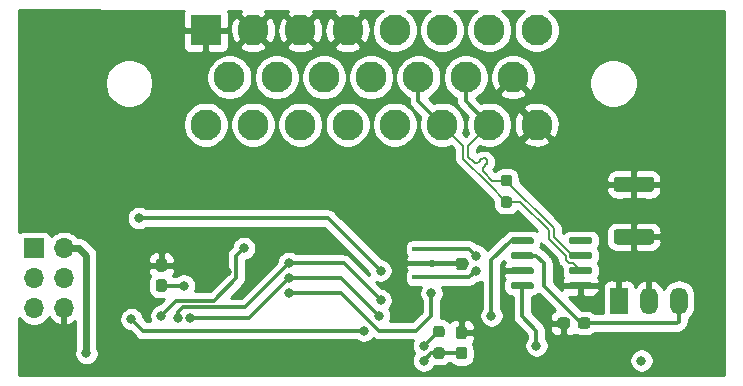
<source format=gbr>
%TF.GenerationSoftware,KiCad,Pcbnew,5.1.7-a382d34a8~88~ubuntu18.04.1*%
%TF.CreationDate,2021-02-25T09:45:04-05:00*%
%TF.ProjectId,PedalBaord,50656461-6c42-4616-9f72-642e6b696361,rev?*%
%TF.SameCoordinates,Original*%
%TF.FileFunction,Copper,L2,Bot*%
%TF.FilePolarity,Positive*%
%FSLAX46Y46*%
G04 Gerber Fmt 4.6, Leading zero omitted, Abs format (unit mm)*
G04 Created by KiCad (PCBNEW 5.1.7-a382d34a8~88~ubuntu18.04.1) date 2021-02-25 09:45:04*
%MOMM*%
%LPD*%
G01*
G04 APERTURE LIST*
%TA.AperFunction,SMDPad,CuDef*%
%ADD10R,3.200000X0.400000*%
%TD*%
%TA.AperFunction,ComponentPad*%
%ADD11O,1.500000X2.300000*%
%TD*%
%TA.AperFunction,ComponentPad*%
%ADD12R,1.500000X2.300000*%
%TD*%
%TA.AperFunction,ComponentPad*%
%ADD13C,2.625000*%
%TD*%
%TA.AperFunction,ComponentPad*%
%ADD14R,2.625000X2.625000*%
%TD*%
%TA.AperFunction,ComponentPad*%
%ADD15O,1.700000X1.700000*%
%TD*%
%TA.AperFunction,ComponentPad*%
%ADD16R,1.700000X1.700000*%
%TD*%
%TA.AperFunction,ViaPad*%
%ADD17C,0.800000*%
%TD*%
%TA.AperFunction,Conductor*%
%ADD18C,0.600000*%
%TD*%
%TA.AperFunction,Conductor*%
%ADD19C,0.360000*%
%TD*%
%TA.AperFunction,Conductor*%
%ADD20C,0.200000*%
%TD*%
%TA.AperFunction,Conductor*%
%ADD21C,0.254000*%
%TD*%
%TA.AperFunction,Conductor*%
%ADD22C,0.100000*%
%TD*%
G04 APERTURE END LIST*
D10*
%TO.P,Y1,3*%
%TO.N,Net-(U3-Pad8)*%
X137160000Y-71190000D03*
%TO.P,Y1,2*%
%TO.N,GND*%
X137160000Y-72390000D03*
%TO.P,Y1,1*%
%TO.N,Net-(U3-Pad7)*%
X137160000Y-73590000D03*
%TD*%
%TO.P,U4,8*%
%TO.N,GND*%
%TA.AperFunction,SMDPad,CuDef*%
G36*
G01*
X148820000Y-74445000D02*
X148820000Y-74145000D01*
G75*
G02*
X148970000Y-73995000I150000J0D01*
G01*
X150620000Y-73995000D01*
G75*
G02*
X150770000Y-74145000I0J-150000D01*
G01*
X150770000Y-74445000D01*
G75*
G02*
X150620000Y-74595000I-150000J0D01*
G01*
X148970000Y-74595000D01*
G75*
G02*
X148820000Y-74445000I0J150000D01*
G01*
G37*
%TD.AperFunction*%
%TO.P,U4,7*%
%TO.N,/CAN+*%
%TA.AperFunction,SMDPad,CuDef*%
G36*
G01*
X148820000Y-73175000D02*
X148820000Y-72875000D01*
G75*
G02*
X148970000Y-72725000I150000J0D01*
G01*
X150620000Y-72725000D01*
G75*
G02*
X150770000Y-72875000I0J-150000D01*
G01*
X150770000Y-73175000D01*
G75*
G02*
X150620000Y-73325000I-150000J0D01*
G01*
X148970000Y-73325000D01*
G75*
G02*
X148820000Y-73175000I0J150000D01*
G01*
G37*
%TD.AperFunction*%
%TO.P,U4,6*%
%TO.N,/CAN-*%
%TA.AperFunction,SMDPad,CuDef*%
G36*
G01*
X148820000Y-71905000D02*
X148820000Y-71605000D01*
G75*
G02*
X148970000Y-71455000I150000J0D01*
G01*
X150620000Y-71455000D01*
G75*
G02*
X150770000Y-71605000I0J-150000D01*
G01*
X150770000Y-71905000D01*
G75*
G02*
X150620000Y-72055000I-150000J0D01*
G01*
X148970000Y-72055000D01*
G75*
G02*
X148820000Y-71905000I0J150000D01*
G01*
G37*
%TD.AperFunction*%
%TO.P,U4,5*%
%TO.N,N/C*%
%TA.AperFunction,SMDPad,CuDef*%
G36*
G01*
X148820000Y-70635000D02*
X148820000Y-70335000D01*
G75*
G02*
X148970000Y-70185000I150000J0D01*
G01*
X150620000Y-70185000D01*
G75*
G02*
X150770000Y-70335000I0J-150000D01*
G01*
X150770000Y-70635000D01*
G75*
G02*
X150620000Y-70785000I-150000J0D01*
G01*
X148970000Y-70785000D01*
G75*
G02*
X148820000Y-70635000I0J150000D01*
G01*
G37*
%TD.AperFunction*%
%TO.P,U4,4*%
%TO.N,/RXCAN*%
%TA.AperFunction,SMDPad,CuDef*%
G36*
G01*
X143870000Y-70635000D02*
X143870000Y-70335000D01*
G75*
G02*
X144020000Y-70185000I150000J0D01*
G01*
X145670000Y-70185000D01*
G75*
G02*
X145820000Y-70335000I0J-150000D01*
G01*
X145820000Y-70635000D01*
G75*
G02*
X145670000Y-70785000I-150000J0D01*
G01*
X144020000Y-70785000D01*
G75*
G02*
X143870000Y-70635000I0J150000D01*
G01*
G37*
%TD.AperFunction*%
%TO.P,U4,3*%
%TO.N,+5V*%
%TA.AperFunction,SMDPad,CuDef*%
G36*
G01*
X143870000Y-71905000D02*
X143870000Y-71605000D01*
G75*
G02*
X144020000Y-71455000I150000J0D01*
G01*
X145670000Y-71455000D01*
G75*
G02*
X145820000Y-71605000I0J-150000D01*
G01*
X145820000Y-71905000D01*
G75*
G02*
X145670000Y-72055000I-150000J0D01*
G01*
X144020000Y-72055000D01*
G75*
G02*
X143870000Y-71905000I0J150000D01*
G01*
G37*
%TD.AperFunction*%
%TO.P,U4,2*%
%TO.N,GND*%
%TA.AperFunction,SMDPad,CuDef*%
G36*
G01*
X143870000Y-73175000D02*
X143870000Y-72875000D01*
G75*
G02*
X144020000Y-72725000I150000J0D01*
G01*
X145670000Y-72725000D01*
G75*
G02*
X145820000Y-72875000I0J-150000D01*
G01*
X145820000Y-73175000D01*
G75*
G02*
X145670000Y-73325000I-150000J0D01*
G01*
X144020000Y-73325000D01*
G75*
G02*
X143870000Y-73175000I0J150000D01*
G01*
G37*
%TD.AperFunction*%
%TO.P,U4,1*%
%TO.N,/TXCAN*%
%TA.AperFunction,SMDPad,CuDef*%
G36*
G01*
X143870000Y-74445000D02*
X143870000Y-74145000D01*
G75*
G02*
X144020000Y-73995000I150000J0D01*
G01*
X145670000Y-73995000D01*
G75*
G02*
X145820000Y-74145000I0J-150000D01*
G01*
X145820000Y-74445000D01*
G75*
G02*
X145670000Y-74595000I-150000J0D01*
G01*
X144020000Y-74595000D01*
G75*
G02*
X143870000Y-74445000I0J150000D01*
G01*
G37*
%TD.AperFunction*%
%TD*%
D11*
%TO.P,U2,3*%
%TO.N,+5V*%
X158115000Y-75565000D03*
%TO.P,U2,2*%
%TO.N,GND*%
X155575000Y-75565000D03*
D12*
%TO.P,U2,1*%
%TO.N,Net-(C3-Pad1)*%
X153035000Y-75565000D03*
%TD*%
%TO.P,R5,2*%
%TO.N,/CAN-*%
%TA.AperFunction,SMDPad,CuDef*%
G36*
G01*
X143747500Y-65892500D02*
X143272500Y-65892500D01*
G75*
G02*
X143035000Y-65655000I0J237500D01*
G01*
X143035000Y-65155000D01*
G75*
G02*
X143272500Y-64917500I237500J0D01*
G01*
X143747500Y-64917500D01*
G75*
G02*
X143985000Y-65155000I0J-237500D01*
G01*
X143985000Y-65655000D01*
G75*
G02*
X143747500Y-65892500I-237500J0D01*
G01*
G37*
%TD.AperFunction*%
%TO.P,R5,1*%
%TO.N,/CAN+*%
%TA.AperFunction,SMDPad,CuDef*%
G36*
G01*
X143747500Y-67717500D02*
X143272500Y-67717500D01*
G75*
G02*
X143035000Y-67480000I0J237500D01*
G01*
X143035000Y-66980000D01*
G75*
G02*
X143272500Y-66742500I237500J0D01*
G01*
X143747500Y-66742500D01*
G75*
G02*
X143985000Y-66980000I0J-237500D01*
G01*
X143985000Y-67480000D01*
G75*
G02*
X143747500Y-67717500I-237500J0D01*
G01*
G37*
%TD.AperFunction*%
%TD*%
%TO.P,R4,2*%
%TO.N,Net-(R4-Pad2)*%
%TA.AperFunction,SMDPad,CuDef*%
G36*
G01*
X138032500Y-78672500D02*
X137557500Y-78672500D01*
G75*
G02*
X137320000Y-78435000I0J237500D01*
G01*
X137320000Y-77935000D01*
G75*
G02*
X137557500Y-77697500I237500J0D01*
G01*
X138032500Y-77697500D01*
G75*
G02*
X138270000Y-77935000I0J-237500D01*
G01*
X138270000Y-78435000D01*
G75*
G02*
X138032500Y-78672500I-237500J0D01*
G01*
G37*
%TD.AperFunction*%
%TO.P,R4,1*%
%TO.N,+5V*%
%TA.AperFunction,SMDPad,CuDef*%
G36*
G01*
X138032500Y-80497500D02*
X137557500Y-80497500D01*
G75*
G02*
X137320000Y-80260000I0J237500D01*
G01*
X137320000Y-79760000D01*
G75*
G02*
X137557500Y-79522500I237500J0D01*
G01*
X138032500Y-79522500D01*
G75*
G02*
X138270000Y-79760000I0J-237500D01*
G01*
X138270000Y-80260000D01*
G75*
G02*
X138032500Y-80497500I-237500J0D01*
G01*
G37*
%TD.AperFunction*%
%TD*%
D13*
%TO.P,J2,22*%
%TO.N,/CAN-*%
X142060000Y-60660000D03*
%TO.P,J2,21*%
%TO.N,/CAN+*%
X138060000Y-60660000D03*
%TO.P,J2,20*%
%TO.N,/WHEEL_L*%
X134060000Y-60660000D03*
%TO.P,J2,19*%
%TO.N,/WHEEL_R*%
X130060000Y-60660000D03*
%TO.P,J2,18*%
%TO.N,/DAMPER_R*%
X126060000Y-60660000D03*
%TO.P,J2,17*%
%TO.N,/BRAKE1*%
X122060000Y-60660000D03*
%TO.P,J2,14*%
%TO.N,/CAN-*%
X140060000Y-56660000D03*
%TO.P,J2,13*%
%TO.N,/CAN+*%
X136060000Y-56660000D03*
%TO.P,J2,12*%
%TO.N,/DAMPER_L*%
X132060000Y-56660000D03*
%TO.P,J2,11*%
%TO.N,/STEER*%
X128060000Y-56660000D03*
%TO.P,J2,10*%
%TO.N,/ACC1*%
X124060000Y-56660000D03*
%TO.P,J2,7*%
%TO.N,+5V*%
X142060000Y-52660000D03*
%TO.P,J2,6*%
X138060000Y-52660000D03*
%TO.P,J2,5*%
X134060000Y-52660000D03*
%TO.P,J2,4*%
%TO.N,GND*%
X130060000Y-52660000D03*
%TO.P,J2,3*%
X126060000Y-52660000D03*
%TO.P,J2,2*%
X122060000Y-52660000D03*
%TO.P,J2,23*%
%TO.N,+12V*%
X146060000Y-60660000D03*
%TO.P,J2,16*%
%TO.N,/BRAKE0*%
X118060000Y-60660000D03*
%TO.P,J2,15*%
%TO.N,+12V*%
X144060000Y-56660000D03*
%TO.P,J2,9*%
%TO.N,/ACC0*%
X120060000Y-56660000D03*
%TO.P,J2,8*%
%TO.N,+5V*%
X146060000Y-52660000D03*
D14*
%TO.P,J2,1*%
%TO.N,GND*%
X118060000Y-52660000D03*
%TD*%
D15*
%TO.P,J1,6*%
%TO.N,GND*%
X106045000Y-76200000D03*
%TO.P,J1,5*%
%TO.N,/RESET*%
X103505000Y-76200000D03*
%TO.P,J1,4*%
%TO.N,/MOSI*%
X106045000Y-73660000D03*
%TO.P,J1,3*%
%TO.N,/SCK*%
X103505000Y-73660000D03*
%TO.P,J1,2*%
%TO.N,+5V*%
X106045000Y-71120000D03*
D16*
%TO.P,J1,1*%
%TO.N,/MISO*%
X103505000Y-71120000D03*
%TD*%
%TO.P,F1,2*%
%TO.N,+12V*%
%TA.AperFunction,SMDPad,CuDef*%
G36*
G01*
X155755000Y-66370000D02*
X152855000Y-66370000D01*
G75*
G02*
X152605000Y-66120000I0J250000D01*
G01*
X152605000Y-65320000D01*
G75*
G02*
X152855000Y-65070000I250000J0D01*
G01*
X155755000Y-65070000D01*
G75*
G02*
X156005000Y-65320000I0J-250000D01*
G01*
X156005000Y-66120000D01*
G75*
G02*
X155755000Y-66370000I-250000J0D01*
G01*
G37*
%TD.AperFunction*%
%TO.P,F1,1*%
%TO.N,Net-(C3-Pad1)*%
%TA.AperFunction,SMDPad,CuDef*%
G36*
G01*
X155755000Y-70820000D02*
X152855000Y-70820000D01*
G75*
G02*
X152605000Y-70570000I0J250000D01*
G01*
X152605000Y-69770000D01*
G75*
G02*
X152855000Y-69520000I250000J0D01*
G01*
X155755000Y-69520000D01*
G75*
G02*
X156005000Y-69770000I0J-250000D01*
G01*
X156005000Y-70570000D01*
G75*
G02*
X155755000Y-70820000I-250000J0D01*
G01*
G37*
%TD.AperFunction*%
%TD*%
%TO.P,C6,2*%
%TO.N,GND*%
%TA.AperFunction,SMDPad,CuDef*%
G36*
G01*
X148900000Y-77232500D02*
X148900000Y-77707500D01*
G75*
G02*
X148662500Y-77945000I-237500J0D01*
G01*
X148062500Y-77945000D01*
G75*
G02*
X147825000Y-77707500I0J237500D01*
G01*
X147825000Y-77232500D01*
G75*
G02*
X148062500Y-76995000I237500J0D01*
G01*
X148662500Y-76995000D01*
G75*
G02*
X148900000Y-77232500I0J-237500D01*
G01*
G37*
%TD.AperFunction*%
%TO.P,C6,1*%
%TO.N,+5V*%
%TA.AperFunction,SMDPad,CuDef*%
G36*
G01*
X150625000Y-77232500D02*
X150625000Y-77707500D01*
G75*
G02*
X150387500Y-77945000I-237500J0D01*
G01*
X149787500Y-77945000D01*
G75*
G02*
X149550000Y-77707500I0J237500D01*
G01*
X149550000Y-77232500D01*
G75*
G02*
X149787500Y-76995000I237500J0D01*
G01*
X150387500Y-76995000D01*
G75*
G02*
X150625000Y-77232500I0J-237500D01*
G01*
G37*
%TD.AperFunction*%
%TD*%
%TO.P,C5,2*%
%TO.N,GND*%
%TA.AperFunction,SMDPad,CuDef*%
G36*
G01*
X139937500Y-78822500D02*
X139462500Y-78822500D01*
G75*
G02*
X139225000Y-78585000I0J237500D01*
G01*
X139225000Y-77985000D01*
G75*
G02*
X139462500Y-77747500I237500J0D01*
G01*
X139937500Y-77747500D01*
G75*
G02*
X140175000Y-77985000I0J-237500D01*
G01*
X140175000Y-78585000D01*
G75*
G02*
X139937500Y-78822500I-237500J0D01*
G01*
G37*
%TD.AperFunction*%
%TO.P,C5,1*%
%TO.N,+5V*%
%TA.AperFunction,SMDPad,CuDef*%
G36*
G01*
X139937500Y-80547500D02*
X139462500Y-80547500D01*
G75*
G02*
X139225000Y-80310000I0J237500D01*
G01*
X139225000Y-79710000D01*
G75*
G02*
X139462500Y-79472500I237500J0D01*
G01*
X139937500Y-79472500D01*
G75*
G02*
X140175000Y-79710000I0J-237500D01*
G01*
X140175000Y-80310000D01*
G75*
G02*
X139937500Y-80547500I-237500J0D01*
G01*
G37*
%TD.AperFunction*%
%TD*%
%TO.P,C2,2*%
%TO.N,GND*%
%TA.AperFunction,SMDPad,CuDef*%
G36*
G01*
X114537500Y-73107500D02*
X114062500Y-73107500D01*
G75*
G02*
X113825000Y-72870000I0J237500D01*
G01*
X113825000Y-72270000D01*
G75*
G02*
X114062500Y-72032500I237500J0D01*
G01*
X114537500Y-72032500D01*
G75*
G02*
X114775000Y-72270000I0J-237500D01*
G01*
X114775000Y-72870000D01*
G75*
G02*
X114537500Y-73107500I-237500J0D01*
G01*
G37*
%TD.AperFunction*%
%TO.P,C2,1*%
%TO.N,Net-(C2-Pad1)*%
%TA.AperFunction,SMDPad,CuDef*%
G36*
G01*
X114537500Y-74832500D02*
X114062500Y-74832500D01*
G75*
G02*
X113825000Y-74595000I0J237500D01*
G01*
X113825000Y-73995000D01*
G75*
G02*
X114062500Y-73757500I237500J0D01*
G01*
X114537500Y-73757500D01*
G75*
G02*
X114775000Y-73995000I0J-237500D01*
G01*
X114775000Y-74595000D01*
G75*
G02*
X114537500Y-74832500I-237500J0D01*
G01*
G37*
%TD.AperFunction*%
%TD*%
D17*
%TO.N,*%
X154940000Y-80645000D03*
%TO.N,GND*%
X118110000Y-63500000D03*
X111760000Y-72390000D03*
X107950000Y-68580000D03*
X118745000Y-80645000D03*
X120650000Y-80645000D03*
X130810000Y-80645000D03*
X132715000Y-80645000D03*
X152400000Y-80645000D03*
X149860000Y-75565000D03*
X111633000Y-74676000D03*
X119888000Y-73152000D03*
X102997000Y-81280000D03*
X104521000Y-81280000D03*
X105918000Y-81280000D03*
%TO.N,+5V*%
X107950000Y-80010000D03*
X136525000Y-80645000D03*
%TO.N,Net-(C2-Pad1)*%
X116205000Y-74295000D03*
%TO.N,/MOSI*%
X125095000Y-72390000D03*
X132860000Y-75530024D03*
X115709995Y-77075000D03*
%TO.N,/SCK*%
X125095000Y-74930000D03*
X137160000Y-74930000D03*
%TO.N,/MISO*%
X125095000Y-73660000D03*
X132715000Y-76835000D03*
X116709998Y-77075000D03*
X125095000Y-73660000D03*
%TO.N,Net-(R4-Pad2)*%
X136525000Y-79375000D03*
%TO.N,/CAN_INT*%
X132860000Y-73025000D03*
X112395000Y-68580000D03*
%TO.N,/CAN_CS*%
X111760000Y-77144998D03*
X131445000Y-78105000D03*
%TO.N,Net-(U3-Pad8)*%
X140970000Y-71755000D03*
%TO.N,Net-(U3-Pad7)*%
X140970000Y-73025000D03*
%TO.N,/RXCAN*%
X142240000Y-76835000D03*
%TO.N,/TXCAN*%
X146050000Y-79375000D03*
%TO.N,/ADC_CS*%
X114300000Y-76835000D03*
X121285000Y-71120000D03*
%TD*%
D18*
%TO.N,+5V*%
X107950000Y-80010000D02*
X107950000Y-71755000D01*
X107315000Y-71120000D02*
X106045000Y-71120000D01*
X107950000Y-71755000D02*
X107315000Y-71120000D01*
D19*
X150087500Y-77470000D02*
X149860000Y-77470000D01*
X149860000Y-77470000D02*
X146685000Y-74295000D01*
X146685000Y-74295000D02*
X146685000Y-72390000D01*
X146050000Y-71755000D02*
X144845000Y-71755000D01*
X146685000Y-72390000D02*
X146050000Y-71755000D01*
X137795000Y-80010000D02*
X139700000Y-80010000D01*
X137795000Y-80010000D02*
X137160000Y-80010000D01*
X137160000Y-80010000D02*
X136525000Y-80645000D01*
X150087500Y-77470000D02*
X157988000Y-77470000D01*
X158115000Y-77343000D02*
X158115000Y-75565000D01*
X157988000Y-77470000D02*
X158115000Y-77343000D01*
%TO.N,Net-(C2-Pad1)*%
X116205000Y-74295000D02*
X114300000Y-74295000D01*
%TO.N,/MOSI*%
X125095000Y-72390000D02*
X129719976Y-72390000D01*
X129719976Y-72390000D02*
X132860000Y-75530024D01*
X121359990Y-76125010D02*
X125095000Y-72390000D01*
X116094300Y-76125010D02*
X121359990Y-76125010D01*
X115709995Y-77075000D02*
X115709995Y-76509315D01*
X115709995Y-76509315D02*
X116094300Y-76125010D01*
%TO.N,/SCK*%
X125095000Y-74930000D02*
X129540000Y-74930000D01*
X129540000Y-74930000D02*
X132225001Y-77615001D01*
X132225001Y-77615001D02*
X132715000Y-78105000D01*
X132715000Y-78105000D02*
X135890000Y-78105000D01*
X135890000Y-78105000D02*
X137160000Y-76835000D01*
X137160000Y-76835000D02*
X137160000Y-74930000D01*
%TO.N,/MISO*%
X125095000Y-73660000D02*
X129540000Y-73660000D01*
X129540000Y-73660000D02*
X132715000Y-76835000D01*
X116709998Y-77075000D02*
X121680000Y-77075000D01*
X121680000Y-77075000D02*
X125095000Y-73660000D01*
%TO.N,Net-(R4-Pad2)*%
X137795000Y-78185000D02*
X137715000Y-78185000D01*
X137715000Y-78185000D02*
X136525000Y-79375000D01*
%TO.N,/CAN_INT*%
X132860000Y-73025000D02*
X128415000Y-68580000D01*
X128415000Y-68580000D02*
X112395000Y-68580000D01*
%TO.N,/CAN_CS*%
X111760000Y-77144998D02*
X112720002Y-78105000D01*
X112720002Y-78105000D02*
X131445000Y-78105000D01*
%TO.N,Net-(U3-Pad8)*%
X140335000Y-71190000D02*
X139065000Y-71190000D01*
X140970000Y-71755000D02*
X140335000Y-71190000D01*
X139065000Y-71190000D02*
X137160000Y-71190000D01*
%TO.N,Net-(U3-Pad7)*%
X140335000Y-73590000D02*
X139065000Y-73590000D01*
X140970000Y-73025000D02*
X140335000Y-73590000D01*
X139065000Y-73590000D02*
X137160000Y-73590000D01*
%TO.N,/RXCAN*%
X142240000Y-72115000D02*
X142240000Y-76835000D01*
X144845000Y-70485000D02*
X143870000Y-70485000D01*
X143870000Y-70485000D02*
X142240000Y-72115000D01*
%TO.N,/TXCAN*%
X144845000Y-74295000D02*
X144845000Y-76900000D01*
X144845000Y-76900000D02*
X146050000Y-78105000D01*
X146050000Y-78105000D02*
X146050000Y-79375000D01*
%TO.N,/ADC_CS*%
X114300000Y-76835000D02*
X115570000Y-75565000D01*
X115570000Y-75565000D02*
X118745000Y-75565000D01*
X118745000Y-75565000D02*
X120650000Y-73660000D01*
X120650000Y-73660000D02*
X120650000Y-71755000D01*
X120650000Y-71755000D02*
X121285000Y-71120000D01*
D20*
%TO.N,/CAN-*%
X149161397Y-71755000D02*
X149795000Y-71755000D01*
X143510000Y-65405000D02*
X147545000Y-69440000D01*
X147545000Y-69440000D02*
X147545000Y-70138603D01*
X147545000Y-70138603D02*
X149161397Y-71755000D01*
D19*
X140060000Y-58660000D02*
X142060000Y-60660000D01*
X140060000Y-56660000D02*
X140060000Y-58660000D01*
D20*
X140786190Y-63859156D02*
X140733669Y-63817272D01*
X140912210Y-63903252D02*
X140846716Y-63888303D01*
X140979389Y-63903252D02*
X140912210Y-63903252D01*
X141105409Y-63859156D02*
X141044883Y-63888303D01*
X141157932Y-63817270D02*
X141105409Y-63859156D01*
X140733669Y-63817272D02*
X140285000Y-63368603D01*
X141434656Y-63551184D02*
X141382133Y-63593070D01*
X141560676Y-63507088D02*
X141495182Y-63522037D01*
X141627855Y-63507088D02*
X141560676Y-63507088D01*
X141693349Y-63522037D02*
X141627855Y-63507088D01*
X141848284Y-63645593D02*
X141806398Y-63593070D01*
X141753875Y-63551184D02*
X141693349Y-63522037D01*
X141540312Y-64613278D02*
X141511165Y-64552752D01*
X141495182Y-63522037D02*
X141434656Y-63551184D01*
X141511165Y-64552752D02*
X141496216Y-64487258D01*
X140285000Y-63368603D02*
X140285000Y-62435000D01*
X142321397Y-65405000D02*
X141582198Y-64665801D01*
X141382133Y-63593070D02*
X141157932Y-63817270D01*
X141877431Y-63706119D02*
X141848284Y-63645593D01*
X141496216Y-64420079D02*
X141511165Y-64354585D01*
X141511165Y-64354585D02*
X141540312Y-64294059D01*
X141496216Y-64487258D02*
X141496216Y-64420079D01*
X141540312Y-64294059D02*
X141582198Y-64241536D01*
X140285000Y-62435000D02*
X142060000Y-60660000D01*
X141848284Y-63964812D02*
X141877431Y-63904286D01*
X141892380Y-63771613D02*
X141877431Y-63706119D01*
X140846716Y-63888303D02*
X140786190Y-63859156D01*
X141806398Y-63593070D02*
X141753875Y-63551184D01*
X141582198Y-64241536D02*
X141806398Y-64017335D01*
X141806398Y-64017335D02*
X141848284Y-63964812D01*
X141044883Y-63888303D02*
X140979389Y-63903252D01*
X141582198Y-64665801D02*
X141540312Y-64613278D01*
X141877431Y-63904286D02*
X141892380Y-63838792D01*
X143510000Y-65405000D02*
X142321397Y-65405000D01*
X141892380Y-63838792D02*
X141892380Y-63771613D01*
%TO.N,/CAN+*%
X138060000Y-60660000D02*
X139835000Y-62435000D01*
X139835000Y-62435000D02*
X139835000Y-63555000D01*
X139835000Y-63555000D02*
X142003198Y-65723198D01*
X142003198Y-65723198D02*
X143510000Y-67230000D01*
X143510000Y-67230000D02*
X144698603Y-67230000D01*
X144698603Y-67230000D02*
X147095000Y-69626397D01*
X147095000Y-70325000D02*
X148519990Y-71749990D01*
X148519990Y-71749990D02*
X148519990Y-72091402D01*
X147095000Y-69626397D02*
X147095000Y-70325000D01*
X148519990Y-72091402D02*
X148783598Y-72355010D01*
X148783598Y-72355010D02*
X149125010Y-72355010D01*
X149125010Y-72355010D02*
X149795000Y-73025000D01*
D19*
X136060000Y-58660000D02*
X138060000Y-60660000D01*
X136060000Y-56660000D02*
X136060000Y-58660000D01*
%TD*%
D21*
%TO.N,+12V*%
X144253748Y-56645858D02*
X144239605Y-56660000D01*
X145418128Y-57838523D01*
X145714496Y-57705081D01*
X145886590Y-57362224D01*
X145923000Y-57230075D01*
X145923000Y-57785000D01*
X145925440Y-57809776D01*
X145932667Y-57833601D01*
X145944403Y-57855557D01*
X145960197Y-57874803D01*
X147076604Y-58991210D01*
X146762224Y-58833410D01*
X146392380Y-58731510D01*
X146009764Y-58703721D01*
X145629079Y-58751111D01*
X145264952Y-58871858D01*
X145014919Y-59005504D01*
X144881477Y-59301872D01*
X146060000Y-60480395D01*
X146074143Y-60466253D01*
X146253748Y-60645858D01*
X146239605Y-60660000D01*
X147418128Y-61838523D01*
X147714496Y-61705081D01*
X147886590Y-61362224D01*
X147988490Y-60992380D01*
X148016279Y-60609764D01*
X147968889Y-60229079D01*
X147848142Y-59864952D01*
X147730782Y-59645388D01*
X151675197Y-63589803D01*
X151694443Y-63605597D01*
X151716399Y-63617333D01*
X151740224Y-63624560D01*
X151765000Y-63627000D01*
X155545020Y-63627000D01*
X156718000Y-64213490D01*
X156718000Y-67183000D01*
X151803452Y-67183000D01*
X150583952Y-66370000D01*
X151966928Y-66370000D01*
X151979188Y-66494482D01*
X152015498Y-66614180D01*
X152074463Y-66724494D01*
X152153815Y-66821185D01*
X152250506Y-66900537D01*
X152360820Y-66959502D01*
X152480518Y-66995812D01*
X152605000Y-67008072D01*
X154019250Y-67005000D01*
X154178000Y-66846250D01*
X154178000Y-65847000D01*
X154432000Y-65847000D01*
X154432000Y-66846250D01*
X154590750Y-67005000D01*
X156005000Y-67008072D01*
X156129482Y-66995812D01*
X156249180Y-66959502D01*
X156359494Y-66900537D01*
X156456185Y-66821185D01*
X156535537Y-66724494D01*
X156594502Y-66614180D01*
X156630812Y-66494482D01*
X156643072Y-66370000D01*
X156640000Y-66005750D01*
X156481250Y-65847000D01*
X154432000Y-65847000D01*
X154178000Y-65847000D01*
X152128750Y-65847000D01*
X151970000Y-66005750D01*
X151966928Y-66370000D01*
X150583952Y-66370000D01*
X148633952Y-65070000D01*
X151966928Y-65070000D01*
X151970000Y-65434250D01*
X152128750Y-65593000D01*
X154178000Y-65593000D01*
X154178000Y-64593750D01*
X154432000Y-64593750D01*
X154432000Y-65593000D01*
X156481250Y-65593000D01*
X156640000Y-65434250D01*
X156643072Y-65070000D01*
X156630812Y-64945518D01*
X156594502Y-64825820D01*
X156535537Y-64715506D01*
X156456185Y-64618815D01*
X156359494Y-64539463D01*
X156249180Y-64480498D01*
X156129482Y-64444188D01*
X156005000Y-64431928D01*
X154590750Y-64435000D01*
X154432000Y-64593750D01*
X154178000Y-64593750D01*
X154019250Y-64435000D01*
X152605000Y-64431928D01*
X152480518Y-64444188D01*
X152360820Y-64480498D01*
X152250506Y-64539463D01*
X152153815Y-64618815D01*
X152074463Y-64715506D01*
X152015498Y-64825820D01*
X151979188Y-64945518D01*
X151966928Y-65070000D01*
X148633952Y-65070000D01*
X144272000Y-62162032D01*
X144272000Y-62018128D01*
X144881477Y-62018128D01*
X145014919Y-62314496D01*
X145357776Y-62486590D01*
X145727620Y-62588490D01*
X146110236Y-62616279D01*
X146490921Y-62568889D01*
X146855048Y-62448142D01*
X147105081Y-62314496D01*
X147238523Y-62018128D01*
X146060000Y-60839605D01*
X144881477Y-62018128D01*
X144272000Y-62018128D01*
X144272000Y-61455314D01*
X144405504Y-61705081D01*
X144701872Y-61838523D01*
X145880395Y-60660000D01*
X144701872Y-59481477D01*
X144405504Y-59614919D01*
X144272000Y-59880894D01*
X144272000Y-59690000D01*
X144269560Y-59665224D01*
X144262333Y-59641399D01*
X144250597Y-59619443D01*
X144234803Y-59600197D01*
X144215447Y-59584330D01*
X142367000Y-58352032D01*
X142367000Y-58018128D01*
X142881477Y-58018128D01*
X143014919Y-58314496D01*
X143357776Y-58486590D01*
X143727620Y-58588490D01*
X144110236Y-58616279D01*
X144490921Y-58568889D01*
X144855048Y-58448142D01*
X145105081Y-58314496D01*
X145238523Y-58018128D01*
X144060000Y-56839605D01*
X142881477Y-58018128D01*
X142367000Y-58018128D01*
X142367000Y-57633045D01*
X142405504Y-57705081D01*
X142701872Y-57838523D01*
X143880395Y-56660000D01*
X143866253Y-56645858D01*
X144045858Y-56466253D01*
X144060000Y-56480395D01*
X144074143Y-56466253D01*
X144253748Y-56645858D01*
%TA.AperFunction,Conductor*%
D22*
G36*
X144253748Y-56645858D02*
G01*
X144239605Y-56660000D01*
X145418128Y-57838523D01*
X145714496Y-57705081D01*
X145886590Y-57362224D01*
X145923000Y-57230075D01*
X145923000Y-57785000D01*
X145925440Y-57809776D01*
X145932667Y-57833601D01*
X145944403Y-57855557D01*
X145960197Y-57874803D01*
X147076604Y-58991210D01*
X146762224Y-58833410D01*
X146392380Y-58731510D01*
X146009764Y-58703721D01*
X145629079Y-58751111D01*
X145264952Y-58871858D01*
X145014919Y-59005504D01*
X144881477Y-59301872D01*
X146060000Y-60480395D01*
X146074143Y-60466253D01*
X146253748Y-60645858D01*
X146239605Y-60660000D01*
X147418128Y-61838523D01*
X147714496Y-61705081D01*
X147886590Y-61362224D01*
X147988490Y-60992380D01*
X148016279Y-60609764D01*
X147968889Y-60229079D01*
X147848142Y-59864952D01*
X147730782Y-59645388D01*
X151675197Y-63589803D01*
X151694443Y-63605597D01*
X151716399Y-63617333D01*
X151740224Y-63624560D01*
X151765000Y-63627000D01*
X155545020Y-63627000D01*
X156718000Y-64213490D01*
X156718000Y-67183000D01*
X151803452Y-67183000D01*
X150583952Y-66370000D01*
X151966928Y-66370000D01*
X151979188Y-66494482D01*
X152015498Y-66614180D01*
X152074463Y-66724494D01*
X152153815Y-66821185D01*
X152250506Y-66900537D01*
X152360820Y-66959502D01*
X152480518Y-66995812D01*
X152605000Y-67008072D01*
X154019250Y-67005000D01*
X154178000Y-66846250D01*
X154178000Y-65847000D01*
X154432000Y-65847000D01*
X154432000Y-66846250D01*
X154590750Y-67005000D01*
X156005000Y-67008072D01*
X156129482Y-66995812D01*
X156249180Y-66959502D01*
X156359494Y-66900537D01*
X156456185Y-66821185D01*
X156535537Y-66724494D01*
X156594502Y-66614180D01*
X156630812Y-66494482D01*
X156643072Y-66370000D01*
X156640000Y-66005750D01*
X156481250Y-65847000D01*
X154432000Y-65847000D01*
X154178000Y-65847000D01*
X152128750Y-65847000D01*
X151970000Y-66005750D01*
X151966928Y-66370000D01*
X150583952Y-66370000D01*
X148633952Y-65070000D01*
X151966928Y-65070000D01*
X151970000Y-65434250D01*
X152128750Y-65593000D01*
X154178000Y-65593000D01*
X154178000Y-64593750D01*
X154432000Y-64593750D01*
X154432000Y-65593000D01*
X156481250Y-65593000D01*
X156640000Y-65434250D01*
X156643072Y-65070000D01*
X156630812Y-64945518D01*
X156594502Y-64825820D01*
X156535537Y-64715506D01*
X156456185Y-64618815D01*
X156359494Y-64539463D01*
X156249180Y-64480498D01*
X156129482Y-64444188D01*
X156005000Y-64431928D01*
X154590750Y-64435000D01*
X154432000Y-64593750D01*
X154178000Y-64593750D01*
X154019250Y-64435000D01*
X152605000Y-64431928D01*
X152480518Y-64444188D01*
X152360820Y-64480498D01*
X152250506Y-64539463D01*
X152153815Y-64618815D01*
X152074463Y-64715506D01*
X152015498Y-64825820D01*
X151979188Y-64945518D01*
X151966928Y-65070000D01*
X148633952Y-65070000D01*
X144272000Y-62162032D01*
X144272000Y-62018128D01*
X144881477Y-62018128D01*
X145014919Y-62314496D01*
X145357776Y-62486590D01*
X145727620Y-62588490D01*
X146110236Y-62616279D01*
X146490921Y-62568889D01*
X146855048Y-62448142D01*
X147105081Y-62314496D01*
X147238523Y-62018128D01*
X146060000Y-60839605D01*
X144881477Y-62018128D01*
X144272000Y-62018128D01*
X144272000Y-61455314D01*
X144405504Y-61705081D01*
X144701872Y-61838523D01*
X145880395Y-60660000D01*
X144701872Y-59481477D01*
X144405504Y-59614919D01*
X144272000Y-59880894D01*
X144272000Y-59690000D01*
X144269560Y-59665224D01*
X144262333Y-59641399D01*
X144250597Y-59619443D01*
X144234803Y-59600197D01*
X144215447Y-59584330D01*
X142367000Y-58352032D01*
X142367000Y-58018128D01*
X142881477Y-58018128D01*
X143014919Y-58314496D01*
X143357776Y-58486590D01*
X143727620Y-58588490D01*
X144110236Y-58616279D01*
X144490921Y-58568889D01*
X144855048Y-58448142D01*
X145105081Y-58314496D01*
X145238523Y-58018128D01*
X144060000Y-56839605D01*
X142881477Y-58018128D01*
X142367000Y-58018128D01*
X142367000Y-57633045D01*
X142405504Y-57705081D01*
X142701872Y-57838523D01*
X143880395Y-56660000D01*
X143866253Y-56645858D01*
X144045858Y-56466253D01*
X144060000Y-56480395D01*
X144074143Y-56466253D01*
X144253748Y-56645858D01*
G37*
%TD.AperFunction*%
%TD*%
D21*
%TO.N,Net-(C3-Pad1)*%
X155697989Y-68882595D02*
X154590750Y-68885000D01*
X154432000Y-69043750D01*
X154432000Y-70043000D01*
X156481250Y-70043000D01*
X156640000Y-69884250D01*
X156640499Y-69825105D01*
X156718000Y-69902606D01*
X156718000Y-70578389D01*
X156642228Y-70719970D01*
X156640000Y-70455750D01*
X156481250Y-70297000D01*
X154432000Y-70297000D01*
X154432000Y-71296250D01*
X154590750Y-71455000D01*
X156005000Y-71458072D01*
X156129482Y-71445812D01*
X156249180Y-71409502D01*
X156282827Y-71391517D01*
X155795554Y-72301996D01*
X155243154Y-72670263D01*
X155233084Y-72677719D01*
X154541983Y-73244286D01*
X154524370Y-73261881D01*
X154510527Y-73282574D01*
X154505167Y-73293899D01*
X154229837Y-73958605D01*
X154139494Y-73884463D01*
X154029180Y-73825498D01*
X153909482Y-73789188D01*
X153785000Y-73776928D01*
X153320750Y-73780000D01*
X153162000Y-73938750D01*
X153162000Y-75438000D01*
X153182000Y-75438000D01*
X153182000Y-75692000D01*
X153162000Y-75692000D01*
X153162000Y-75712000D01*
X152908000Y-75712000D01*
X152908000Y-75692000D01*
X152888000Y-75692000D01*
X152888000Y-75438000D01*
X152908000Y-75438000D01*
X152908000Y-73938750D01*
X152749250Y-73780000D01*
X152285000Y-73776928D01*
X152160518Y-73789188D01*
X152040820Y-73825498D01*
X151930506Y-73884463D01*
X151892000Y-73916064D01*
X151892000Y-70537606D01*
X151969967Y-70459639D01*
X151966928Y-70820000D01*
X151979188Y-70944482D01*
X152015498Y-71064180D01*
X152074463Y-71174494D01*
X152153815Y-71271185D01*
X152250506Y-71350537D01*
X152360820Y-71409502D01*
X152480518Y-71445812D01*
X152605000Y-71458072D01*
X154019250Y-71455000D01*
X154178000Y-71296250D01*
X154178000Y-70297000D01*
X154158000Y-70297000D01*
X154158000Y-70043000D01*
X154178000Y-70043000D01*
X154178000Y-69043750D01*
X154019250Y-68885000D01*
X153545635Y-68883971D01*
X154357606Y-68072000D01*
X154887394Y-68072000D01*
X155697989Y-68882595D01*
%TA.AperFunction,Conductor*%
D22*
G36*
X155697989Y-68882595D02*
G01*
X154590750Y-68885000D01*
X154432000Y-69043750D01*
X154432000Y-70043000D01*
X156481250Y-70043000D01*
X156640000Y-69884250D01*
X156640499Y-69825105D01*
X156718000Y-69902606D01*
X156718000Y-70578389D01*
X156642228Y-70719970D01*
X156640000Y-70455750D01*
X156481250Y-70297000D01*
X154432000Y-70297000D01*
X154432000Y-71296250D01*
X154590750Y-71455000D01*
X156005000Y-71458072D01*
X156129482Y-71445812D01*
X156249180Y-71409502D01*
X156282827Y-71391517D01*
X155795554Y-72301996D01*
X155243154Y-72670263D01*
X155233084Y-72677719D01*
X154541983Y-73244286D01*
X154524370Y-73261881D01*
X154510527Y-73282574D01*
X154505167Y-73293899D01*
X154229837Y-73958605D01*
X154139494Y-73884463D01*
X154029180Y-73825498D01*
X153909482Y-73789188D01*
X153785000Y-73776928D01*
X153320750Y-73780000D01*
X153162000Y-73938750D01*
X153162000Y-75438000D01*
X153182000Y-75438000D01*
X153182000Y-75692000D01*
X153162000Y-75692000D01*
X153162000Y-75712000D01*
X152908000Y-75712000D01*
X152908000Y-75692000D01*
X152888000Y-75692000D01*
X152888000Y-75438000D01*
X152908000Y-75438000D01*
X152908000Y-73938750D01*
X152749250Y-73780000D01*
X152285000Y-73776928D01*
X152160518Y-73789188D01*
X152040820Y-73825498D01*
X151930506Y-73884463D01*
X151892000Y-73916064D01*
X151892000Y-70537606D01*
X151969967Y-70459639D01*
X151966928Y-70820000D01*
X151979188Y-70944482D01*
X152015498Y-71064180D01*
X152074463Y-71174494D01*
X152153815Y-71271185D01*
X152250506Y-71350537D01*
X152360820Y-71409502D01*
X152480518Y-71445812D01*
X152605000Y-71458072D01*
X154019250Y-71455000D01*
X154178000Y-71296250D01*
X154178000Y-70297000D01*
X154158000Y-70297000D01*
X154158000Y-70043000D01*
X154178000Y-70043000D01*
X154178000Y-69043750D01*
X154019250Y-68885000D01*
X153545635Y-68883971D01*
X154357606Y-68072000D01*
X154887394Y-68072000D01*
X155697989Y-68882595D01*
G37*
%TD.AperFunction*%
%TD*%
D21*
%TO.N,GND*%
X116210101Y-51005843D02*
X116157998Y-51103320D01*
X116121688Y-51223018D01*
X116109428Y-51347500D01*
X116112500Y-52374250D01*
X116271250Y-52533000D01*
X117933000Y-52533000D01*
X117933000Y-52513000D01*
X118187000Y-52513000D01*
X118187000Y-52533000D01*
X119848750Y-52533000D01*
X120007500Y-52374250D01*
X120010572Y-51347500D01*
X119998312Y-51223018D01*
X119962002Y-51103320D01*
X119910311Y-51006614D01*
X121014316Y-51006844D01*
X120881477Y-51301872D01*
X122060000Y-52480395D01*
X123238523Y-51301872D01*
X123105881Y-51007280D01*
X125013940Y-51007677D01*
X124881477Y-51301872D01*
X126060000Y-52480395D01*
X127238523Y-51301872D01*
X127106256Y-51008113D01*
X129013565Y-51008511D01*
X128881477Y-51301872D01*
X130060000Y-52480395D01*
X131238523Y-51301872D01*
X131106631Y-51008947D01*
X133024971Y-51009346D01*
X132818541Y-51147278D01*
X132547278Y-51418541D01*
X132334148Y-51737513D01*
X132187341Y-52091935D01*
X132112500Y-52468188D01*
X132112500Y-52851812D01*
X132187341Y-53228065D01*
X132334148Y-53582487D01*
X132547278Y-53901459D01*
X132818541Y-54172722D01*
X133137513Y-54385852D01*
X133491935Y-54532659D01*
X133868188Y-54607500D01*
X134251812Y-54607500D01*
X134628065Y-54532659D01*
X134982487Y-54385852D01*
X135301459Y-54172722D01*
X135572722Y-53901459D01*
X135785852Y-53582487D01*
X135932659Y-53228065D01*
X136007500Y-52851812D01*
X136007500Y-52468188D01*
X135932659Y-52091935D01*
X135785852Y-51737513D01*
X135572722Y-51418541D01*
X135301459Y-51147278D01*
X135095675Y-51009778D01*
X137023724Y-51010179D01*
X136818541Y-51147278D01*
X136547278Y-51418541D01*
X136334148Y-51737513D01*
X136187341Y-52091935D01*
X136112500Y-52468188D01*
X136112500Y-52851812D01*
X136187341Y-53228065D01*
X136334148Y-53582487D01*
X136547278Y-53901459D01*
X136818541Y-54172722D01*
X137137513Y-54385852D01*
X137491935Y-54532659D01*
X137868188Y-54607500D01*
X138251812Y-54607500D01*
X138628065Y-54532659D01*
X138982487Y-54385852D01*
X139301459Y-54172722D01*
X139572722Y-53901459D01*
X139785852Y-53582487D01*
X139932659Y-53228065D01*
X140007500Y-52851812D01*
X140007500Y-52468188D01*
X139932659Y-52091935D01*
X139785852Y-51737513D01*
X139572722Y-51418541D01*
X139301459Y-51147278D01*
X139096923Y-51010611D01*
X141022477Y-51011012D01*
X140818541Y-51147278D01*
X140547278Y-51418541D01*
X140334148Y-51737513D01*
X140187341Y-52091935D01*
X140112500Y-52468188D01*
X140112500Y-52851812D01*
X140187341Y-53228065D01*
X140334148Y-53582487D01*
X140547278Y-53901459D01*
X140818541Y-54172722D01*
X141137513Y-54385852D01*
X141491935Y-54532659D01*
X141868188Y-54607500D01*
X142251812Y-54607500D01*
X142628065Y-54532659D01*
X142982487Y-54385852D01*
X143301459Y-54172722D01*
X143572722Y-53901459D01*
X143785852Y-53582487D01*
X143932659Y-53228065D01*
X144007500Y-52851812D01*
X144007500Y-52468188D01*
X143932659Y-52091935D01*
X143785852Y-51737513D01*
X143572722Y-51418541D01*
X143301459Y-51147278D01*
X143098170Y-51011445D01*
X145021230Y-51011846D01*
X144818541Y-51147278D01*
X144547278Y-51418541D01*
X144334148Y-51737513D01*
X144187341Y-52091935D01*
X144112500Y-52468188D01*
X144112500Y-52851812D01*
X144187341Y-53228065D01*
X144334148Y-53582487D01*
X144547278Y-53901459D01*
X144818541Y-54172722D01*
X145137513Y-54385852D01*
X145491935Y-54532659D01*
X145868188Y-54607500D01*
X146251812Y-54607500D01*
X146628065Y-54532659D01*
X146982487Y-54385852D01*
X147301459Y-54172722D01*
X147572722Y-53901459D01*
X147785852Y-53582487D01*
X147932659Y-53228065D01*
X148007500Y-52851812D01*
X148007500Y-52468188D01*
X147932659Y-52091935D01*
X147785852Y-51737513D01*
X147572722Y-51418541D01*
X147301459Y-51147278D01*
X147099418Y-51012278D01*
X161900000Y-51015362D01*
X161900001Y-81890000D01*
X102260000Y-81890000D01*
X102260000Y-77009655D01*
X102351525Y-77146632D01*
X102558368Y-77353475D01*
X102801589Y-77515990D01*
X103071842Y-77627932D01*
X103358740Y-77685000D01*
X103651260Y-77685000D01*
X103938158Y-77627932D01*
X104208411Y-77515990D01*
X104451632Y-77353475D01*
X104658475Y-77146632D01*
X104776100Y-76970594D01*
X104947412Y-77200269D01*
X105163645Y-77395178D01*
X105413748Y-77544157D01*
X105688109Y-77641481D01*
X105918000Y-77520814D01*
X105918000Y-76327000D01*
X105898000Y-76327000D01*
X105898000Y-76073000D01*
X105918000Y-76073000D01*
X105918000Y-76053000D01*
X106172000Y-76053000D01*
X106172000Y-76073000D01*
X106192000Y-76073000D01*
X106192000Y-76327000D01*
X106172000Y-76327000D01*
X106172000Y-77520814D01*
X106401891Y-77641481D01*
X106676252Y-77544157D01*
X106926355Y-77395178D01*
X107015000Y-77315275D01*
X107015000Y-79562704D01*
X106954774Y-79708102D01*
X106915000Y-79908061D01*
X106915000Y-80111939D01*
X106954774Y-80311898D01*
X107032795Y-80500256D01*
X107146063Y-80669774D01*
X107290226Y-80813937D01*
X107459744Y-80927205D01*
X107648102Y-81005226D01*
X107848061Y-81045000D01*
X108051939Y-81045000D01*
X108251898Y-81005226D01*
X108440256Y-80927205D01*
X108609774Y-80813937D01*
X108753937Y-80669774D01*
X108867205Y-80500256D01*
X108945226Y-80311898D01*
X108985000Y-80111939D01*
X108985000Y-79908061D01*
X108945226Y-79708102D01*
X108885000Y-79562705D01*
X108885000Y-77043059D01*
X110725000Y-77043059D01*
X110725000Y-77246937D01*
X110764774Y-77446896D01*
X110842795Y-77635254D01*
X110956063Y-77804772D01*
X111100226Y-77948935D01*
X111269744Y-78062203D01*
X111458102Y-78140224D01*
X111638532Y-78176113D01*
X112115403Y-78652985D01*
X112140922Y-78684080D01*
X112172017Y-78709599D01*
X112239248Y-78764774D01*
X112265022Y-78785926D01*
X112406606Y-78861605D01*
X112560234Y-78908207D01*
X112679969Y-78920000D01*
X112679979Y-78920000D01*
X112720002Y-78923942D01*
X112760025Y-78920000D01*
X130801783Y-78920000D01*
X130954744Y-79022205D01*
X131143102Y-79100226D01*
X131343061Y-79140000D01*
X131546939Y-79140000D01*
X131746898Y-79100226D01*
X131935256Y-79022205D01*
X132104774Y-78908937D01*
X132242315Y-78771396D01*
X132260020Y-78785926D01*
X132401604Y-78861605D01*
X132555232Y-78908207D01*
X132674967Y-78920000D01*
X132674976Y-78920000D01*
X132714999Y-78923942D01*
X132755022Y-78920000D01*
X135593191Y-78920000D01*
X135529774Y-79073102D01*
X135490000Y-79273061D01*
X135490000Y-79476939D01*
X135529774Y-79676898D01*
X135607795Y-79865256D01*
X135704510Y-80010000D01*
X135607795Y-80154744D01*
X135529774Y-80343102D01*
X135490000Y-80543061D01*
X135490000Y-80746939D01*
X135529774Y-80946898D01*
X135607795Y-81135256D01*
X135721063Y-81304774D01*
X135865226Y-81448937D01*
X136034744Y-81562205D01*
X136223102Y-81640226D01*
X136423061Y-81680000D01*
X136626939Y-81680000D01*
X136826898Y-81640226D01*
X137015256Y-81562205D01*
X137184774Y-81448937D01*
X137328937Y-81304774D01*
X137442205Y-81135256D01*
X137446599Y-81124649D01*
X137557500Y-81135572D01*
X138032500Y-81135572D01*
X138203316Y-81118748D01*
X138367567Y-81068923D01*
X138518942Y-80988012D01*
X138651623Y-80879123D01*
X138696041Y-80825000D01*
X138757925Y-80825000D01*
X138843377Y-80929123D01*
X138976058Y-81038012D01*
X139127433Y-81118923D01*
X139291684Y-81168748D01*
X139462500Y-81185572D01*
X139937500Y-81185572D01*
X140108316Y-81168748D01*
X140272567Y-81118923D01*
X140423942Y-81038012D01*
X140556623Y-80929123D01*
X140665512Y-80796442D01*
X140746423Y-80645067D01*
X140777366Y-80543061D01*
X153905000Y-80543061D01*
X153905000Y-80746939D01*
X153944774Y-80946898D01*
X154022795Y-81135256D01*
X154136063Y-81304774D01*
X154280226Y-81448937D01*
X154449744Y-81562205D01*
X154638102Y-81640226D01*
X154838061Y-81680000D01*
X155041939Y-81680000D01*
X155241898Y-81640226D01*
X155430256Y-81562205D01*
X155599774Y-81448937D01*
X155743937Y-81304774D01*
X155857205Y-81135256D01*
X155935226Y-80946898D01*
X155975000Y-80746939D01*
X155975000Y-80543061D01*
X155935226Y-80343102D01*
X155857205Y-80154744D01*
X155743937Y-79985226D01*
X155599774Y-79841063D01*
X155430256Y-79727795D01*
X155241898Y-79649774D01*
X155041939Y-79610000D01*
X154838061Y-79610000D01*
X154638102Y-79649774D01*
X154449744Y-79727795D01*
X154280226Y-79841063D01*
X154136063Y-79985226D01*
X154022795Y-80154744D01*
X153944774Y-80343102D01*
X153905000Y-80543061D01*
X140777366Y-80543061D01*
X140796248Y-80480816D01*
X140813072Y-80310000D01*
X140813072Y-79710000D01*
X140796248Y-79539184D01*
X140746423Y-79374933D01*
X140666226Y-79224894D01*
X140705537Y-79176994D01*
X140764502Y-79066680D01*
X140800812Y-78946982D01*
X140813072Y-78822500D01*
X140810000Y-78570750D01*
X140651250Y-78412000D01*
X139827000Y-78412000D01*
X139827000Y-78432000D01*
X139573000Y-78432000D01*
X139573000Y-78412000D01*
X139553000Y-78412000D01*
X139553000Y-78158000D01*
X139573000Y-78158000D01*
X139573000Y-77271250D01*
X139827000Y-77271250D01*
X139827000Y-78158000D01*
X140651250Y-78158000D01*
X140810000Y-77999250D01*
X140813072Y-77747500D01*
X140800812Y-77623018D01*
X140764502Y-77503320D01*
X140705537Y-77393006D01*
X140626185Y-77296315D01*
X140529494Y-77216963D01*
X140419180Y-77157998D01*
X140299482Y-77121688D01*
X140175000Y-77109428D01*
X139985750Y-77112500D01*
X139827000Y-77271250D01*
X139573000Y-77271250D01*
X139414250Y-77112500D01*
X139225000Y-77109428D01*
X139100518Y-77121688D01*
X138980820Y-77157998D01*
X138870506Y-77216963D01*
X138773815Y-77296315D01*
X138704692Y-77380542D01*
X138651623Y-77315877D01*
X138518942Y-77206988D01*
X138367567Y-77126077D01*
X138203316Y-77076252D01*
X138032500Y-77059428D01*
X137943593Y-77059428D01*
X137963207Y-76994768D01*
X137975000Y-76875033D01*
X137975000Y-76875024D01*
X137978942Y-76835001D01*
X137975000Y-76794978D01*
X137975000Y-75573217D01*
X138077205Y-75420256D01*
X138155226Y-75231898D01*
X138195000Y-75031939D01*
X138195000Y-74828061D01*
X138155226Y-74628102D01*
X138077205Y-74439744D01*
X138069406Y-74428072D01*
X138760000Y-74428072D01*
X138884482Y-74415812D01*
X138920124Y-74405000D01*
X140271130Y-74405000D01*
X140287310Y-74407552D01*
X140351224Y-74405000D01*
X140375033Y-74405000D01*
X140391266Y-74403401D01*
X140447722Y-74401147D01*
X140470964Y-74395551D01*
X140494768Y-74393207D01*
X140548863Y-74376798D01*
X140603803Y-74363571D01*
X140625509Y-74353548D01*
X140648396Y-74346605D01*
X140698250Y-74319957D01*
X140749554Y-74296266D01*
X140768889Y-74282200D01*
X140789980Y-74270926D01*
X140833676Y-74235066D01*
X140846845Y-74225485D01*
X140864602Y-74209685D01*
X140914080Y-74169080D01*
X140924478Y-74156410D01*
X141032833Y-74060000D01*
X141071939Y-74060000D01*
X141271898Y-74020226D01*
X141425000Y-73956808D01*
X141425001Y-76191782D01*
X141322795Y-76344744D01*
X141244774Y-76533102D01*
X141205000Y-76733061D01*
X141205000Y-76936939D01*
X141244774Y-77136898D01*
X141322795Y-77325256D01*
X141436063Y-77494774D01*
X141580226Y-77638937D01*
X141749744Y-77752205D01*
X141938102Y-77830226D01*
X142138061Y-77870000D01*
X142341939Y-77870000D01*
X142541898Y-77830226D01*
X142730256Y-77752205D01*
X142899774Y-77638937D01*
X143043937Y-77494774D01*
X143157205Y-77325256D01*
X143235226Y-77136898D01*
X143275000Y-76936939D01*
X143275000Y-76733061D01*
X143235226Y-76533102D01*
X143157205Y-76344744D01*
X143055000Y-76191783D01*
X143055000Y-72452583D01*
X143295081Y-72212503D01*
X143363730Y-72340936D01*
X143339463Y-72370506D01*
X143280498Y-72480820D01*
X143244188Y-72600518D01*
X143231928Y-72725000D01*
X143235000Y-72739250D01*
X143393750Y-72898000D01*
X144718000Y-72898000D01*
X144718000Y-72878000D01*
X144972000Y-72878000D01*
X144972000Y-72898000D01*
X144992000Y-72898000D01*
X144992000Y-73152000D01*
X144972000Y-73152000D01*
X144972000Y-73172000D01*
X144718000Y-73172000D01*
X144718000Y-73152000D01*
X143393750Y-73152000D01*
X143235000Y-73310750D01*
X143231928Y-73325000D01*
X143244188Y-73449482D01*
X143280498Y-73569180D01*
X143339463Y-73679494D01*
X143363730Y-73709064D01*
X143291916Y-73843418D01*
X143247071Y-73991255D01*
X143231928Y-74145000D01*
X143231928Y-74445000D01*
X143247071Y-74598745D01*
X143291916Y-74746582D01*
X143364742Y-74882829D01*
X143462749Y-75002251D01*
X143582171Y-75100258D01*
X143718418Y-75173084D01*
X143866255Y-75217929D01*
X144020000Y-75233072D01*
X144030000Y-75233072D01*
X144030001Y-76859967D01*
X144026058Y-76900000D01*
X144030001Y-76940033D01*
X144041794Y-77059768D01*
X144072205Y-77160021D01*
X144088396Y-77213396D01*
X144164074Y-77354980D01*
X144233520Y-77439599D01*
X144265921Y-77479080D01*
X144297015Y-77504599D01*
X145235000Y-78442584D01*
X145235000Y-78731782D01*
X145132795Y-78884744D01*
X145054774Y-79073102D01*
X145015000Y-79273061D01*
X145015000Y-79476939D01*
X145054774Y-79676898D01*
X145132795Y-79865256D01*
X145246063Y-80034774D01*
X145390226Y-80178937D01*
X145559744Y-80292205D01*
X145748102Y-80370226D01*
X145948061Y-80410000D01*
X146151939Y-80410000D01*
X146351898Y-80370226D01*
X146540256Y-80292205D01*
X146709774Y-80178937D01*
X146853937Y-80034774D01*
X146967205Y-79865256D01*
X147045226Y-79676898D01*
X147085000Y-79476939D01*
X147085000Y-79273061D01*
X147045226Y-79073102D01*
X146967205Y-78884744D01*
X146865000Y-78731783D01*
X146865000Y-78145022D01*
X146868942Y-78104999D01*
X146865000Y-78064976D01*
X146865000Y-78064967D01*
X146853207Y-77945232D01*
X146853137Y-77945000D01*
X147186928Y-77945000D01*
X147199188Y-78069482D01*
X147235498Y-78189180D01*
X147294463Y-78299494D01*
X147373815Y-78396185D01*
X147470506Y-78475537D01*
X147580820Y-78534502D01*
X147700518Y-78570812D01*
X147825000Y-78583072D01*
X148076750Y-78580000D01*
X148235500Y-78421250D01*
X148235500Y-77597000D01*
X147348750Y-77597000D01*
X147190000Y-77755750D01*
X147186928Y-77945000D01*
X146853137Y-77945000D01*
X146806605Y-77791604D01*
X146730926Y-77650020D01*
X146629080Y-77525920D01*
X146597986Y-77500402D01*
X145660000Y-76562417D01*
X145660000Y-75233072D01*
X145670000Y-75233072D01*
X145823745Y-75217929D01*
X145971582Y-75173084D01*
X146107829Y-75100258D01*
X146227251Y-75002251D01*
X146232848Y-74995431D01*
X147628462Y-76391046D01*
X147580820Y-76405498D01*
X147470506Y-76464463D01*
X147373815Y-76543815D01*
X147294463Y-76640506D01*
X147235498Y-76750820D01*
X147199188Y-76870518D01*
X147186928Y-76995000D01*
X147190000Y-77184250D01*
X147348750Y-77343000D01*
X148235500Y-77343000D01*
X148235500Y-77323000D01*
X148489500Y-77323000D01*
X148489500Y-77343000D01*
X148509500Y-77343000D01*
X148509500Y-77597000D01*
X148489500Y-77597000D01*
X148489500Y-78421250D01*
X148648250Y-78580000D01*
X148900000Y-78583072D01*
X149024482Y-78570812D01*
X149144180Y-78534502D01*
X149254494Y-78475537D01*
X149302394Y-78436226D01*
X149452433Y-78516423D01*
X149616684Y-78566248D01*
X149787500Y-78583072D01*
X150387500Y-78583072D01*
X150558316Y-78566248D01*
X150722567Y-78516423D01*
X150873942Y-78435512D01*
X151006623Y-78326623D01*
X151040782Y-78285000D01*
X157947977Y-78285000D01*
X157988000Y-78288942D01*
X158028023Y-78285000D01*
X158028033Y-78285000D01*
X158147768Y-78273207D01*
X158301396Y-78226605D01*
X158442980Y-78150926D01*
X158567080Y-78049080D01*
X158592603Y-78017980D01*
X158662981Y-77947602D01*
X158694080Y-77922080D01*
X158795926Y-77797980D01*
X158871605Y-77656396D01*
X158918207Y-77502768D01*
X158930000Y-77383033D01*
X158930000Y-77383024D01*
X158933942Y-77343001D01*
X158930000Y-77302978D01*
X158930000Y-77087843D01*
X159099081Y-76949081D01*
X159272157Y-76738188D01*
X159400764Y-76497581D01*
X159479960Y-76236507D01*
X159500000Y-76033036D01*
X159500000Y-75096963D01*
X159479960Y-74893493D01*
X159400764Y-74632419D01*
X159272157Y-74391812D01*
X159099080Y-74180919D01*
X158888187Y-74007843D01*
X158647580Y-73879236D01*
X158386506Y-73800040D01*
X158115000Y-73773299D01*
X157843493Y-73800040D01*
X157582419Y-73879236D01*
X157341812Y-74007843D01*
X157130919Y-74180920D01*
X156957843Y-74391813D01*
X156842514Y-74607579D01*
X156805972Y-74517651D01*
X156656028Y-74289939D01*
X156464540Y-74095855D01*
X156238868Y-73942858D01*
X155987684Y-73836827D01*
X155916185Y-73822682D01*
X155702000Y-73945344D01*
X155702000Y-75438000D01*
X155722000Y-75438000D01*
X155722000Y-75692000D01*
X155702000Y-75692000D01*
X155702000Y-75712000D01*
X155448000Y-75712000D01*
X155448000Y-75692000D01*
X155428000Y-75692000D01*
X155428000Y-75438000D01*
X155448000Y-75438000D01*
X155448000Y-73945344D01*
X155233815Y-73822682D01*
X155162316Y-73836827D01*
X154911132Y-73942858D01*
X154685460Y-74095855D01*
X154493972Y-74289939D01*
X154421582Y-74399874D01*
X154410812Y-74290518D01*
X154374502Y-74170820D01*
X154315537Y-74060506D01*
X154236185Y-73963815D01*
X154139494Y-73884463D01*
X154029180Y-73825498D01*
X153909482Y-73789188D01*
X153785000Y-73776928D01*
X152285000Y-73776928D01*
X152160518Y-73789188D01*
X152040820Y-73825498D01*
X151930506Y-73884463D01*
X151833815Y-73963815D01*
X151754463Y-74060506D01*
X151695498Y-74170820D01*
X151659188Y-74290518D01*
X151646928Y-74415000D01*
X151646928Y-76655000D01*
X151040782Y-76655000D01*
X151006623Y-76613377D01*
X150873942Y-76504488D01*
X150722567Y-76423577D01*
X150558316Y-76373752D01*
X150387500Y-76356928D01*
X149899512Y-76356928D01*
X148770811Y-75228227D01*
X148820000Y-75233072D01*
X149509250Y-75230000D01*
X149668000Y-75071250D01*
X149668000Y-74422000D01*
X149922000Y-74422000D01*
X149922000Y-75071250D01*
X150080750Y-75230000D01*
X150770000Y-75233072D01*
X150894482Y-75220812D01*
X151014180Y-75184502D01*
X151124494Y-75125537D01*
X151221185Y-75046185D01*
X151300537Y-74949494D01*
X151359502Y-74839180D01*
X151395812Y-74719482D01*
X151408072Y-74595000D01*
X151405000Y-74580750D01*
X151246250Y-74422000D01*
X149922000Y-74422000D01*
X149668000Y-74422000D01*
X148343750Y-74422000D01*
X148185000Y-74580750D01*
X148181928Y-74595000D01*
X148186773Y-74644189D01*
X147500000Y-73957417D01*
X147500000Y-72430033D01*
X147503943Y-72390000D01*
X147488207Y-72230232D01*
X147441605Y-72076604D01*
X147365926Y-71935020D01*
X147289599Y-71842015D01*
X147264080Y-71810920D01*
X147232985Y-71785401D01*
X146654603Y-71207020D01*
X146629080Y-71175920D01*
X146504980Y-71074074D01*
X146364678Y-70999080D01*
X146398084Y-70936582D01*
X146442929Y-70788745D01*
X146453283Y-70683625D01*
X146480914Y-70735320D01*
X146572763Y-70847238D01*
X146600808Y-70870254D01*
X147784990Y-72054437D01*
X147784990Y-72055297D01*
X147781434Y-72091402D01*
X147784990Y-72127506D01*
X147784990Y-72127507D01*
X147795625Y-72235487D01*
X147837653Y-72374035D01*
X147905903Y-72501722D01*
X147997753Y-72613640D01*
X148025798Y-72636656D01*
X148189300Y-72800158D01*
X148181928Y-72875000D01*
X148181928Y-73175000D01*
X148197071Y-73328745D01*
X148241916Y-73476582D01*
X148313730Y-73610936D01*
X148289463Y-73640506D01*
X148230498Y-73750820D01*
X148194188Y-73870518D01*
X148181928Y-73995000D01*
X148185000Y-74009250D01*
X148343750Y-74168000D01*
X149668000Y-74168000D01*
X149668000Y-74148000D01*
X149922000Y-74148000D01*
X149922000Y-74168000D01*
X151246250Y-74168000D01*
X151405000Y-74009250D01*
X151408072Y-73995000D01*
X151395812Y-73870518D01*
X151359502Y-73750820D01*
X151300537Y-73640506D01*
X151276270Y-73610936D01*
X151348084Y-73476582D01*
X151392929Y-73328745D01*
X151408072Y-73175000D01*
X151408072Y-72875000D01*
X151392929Y-72721255D01*
X151348084Y-72573418D01*
X151275258Y-72437171D01*
X151236546Y-72390000D01*
X151275258Y-72342829D01*
X151348084Y-72206582D01*
X151392929Y-72058745D01*
X151408072Y-71905000D01*
X151408072Y-71605000D01*
X151392929Y-71451255D01*
X151348084Y-71303418D01*
X151275258Y-71167171D01*
X151236546Y-71120000D01*
X151275258Y-71072829D01*
X151348084Y-70936582D01*
X151392929Y-70788745D01*
X151408072Y-70635000D01*
X151408072Y-70335000D01*
X151392929Y-70181255D01*
X151348084Y-70033418D01*
X151275258Y-69897171D01*
X151177251Y-69777749D01*
X151167809Y-69770000D01*
X151966928Y-69770000D01*
X151966928Y-70570000D01*
X151983992Y-70743254D01*
X152034528Y-70909850D01*
X152116595Y-71063386D01*
X152227038Y-71197962D01*
X152361614Y-71308405D01*
X152515150Y-71390472D01*
X152681746Y-71441008D01*
X152855000Y-71458072D01*
X155755000Y-71458072D01*
X155928254Y-71441008D01*
X156094850Y-71390472D01*
X156248386Y-71308405D01*
X156382962Y-71197962D01*
X156493405Y-71063386D01*
X156575472Y-70909850D01*
X156626008Y-70743254D01*
X156643072Y-70570000D01*
X156643072Y-69770000D01*
X156626008Y-69596746D01*
X156575472Y-69430150D01*
X156493405Y-69276614D01*
X156382962Y-69142038D01*
X156248386Y-69031595D01*
X156094850Y-68949528D01*
X155928254Y-68898992D01*
X155755000Y-68881928D01*
X152855000Y-68881928D01*
X152681746Y-68898992D01*
X152515150Y-68949528D01*
X152361614Y-69031595D01*
X152227038Y-69142038D01*
X152116595Y-69276614D01*
X152034528Y-69430150D01*
X151983992Y-69596746D01*
X151966928Y-69770000D01*
X151167809Y-69770000D01*
X151057829Y-69679742D01*
X150921582Y-69606916D01*
X150773745Y-69562071D01*
X150620000Y-69546928D01*
X148970000Y-69546928D01*
X148816255Y-69562071D01*
X148668418Y-69606916D01*
X148532171Y-69679742D01*
X148412749Y-69777749D01*
X148327486Y-69881643D01*
X148280000Y-69834157D01*
X148280000Y-69476105D01*
X148283556Y-69440000D01*
X148269365Y-69295915D01*
X148227337Y-69157366D01*
X148159087Y-69029680D01*
X148090253Y-68945806D01*
X148090250Y-68945803D01*
X148067237Y-68917762D01*
X148039197Y-68894750D01*
X144623072Y-65478626D01*
X144623072Y-65320000D01*
X151966928Y-65320000D01*
X151966928Y-66120000D01*
X151983992Y-66293254D01*
X152034528Y-66459850D01*
X152116595Y-66613386D01*
X152227038Y-66747962D01*
X152361614Y-66858405D01*
X152515150Y-66940472D01*
X152681746Y-66991008D01*
X152855000Y-67008072D01*
X155755000Y-67008072D01*
X155928254Y-66991008D01*
X156094850Y-66940472D01*
X156248386Y-66858405D01*
X156382962Y-66747962D01*
X156493405Y-66613386D01*
X156575472Y-66459850D01*
X156626008Y-66293254D01*
X156643072Y-66120000D01*
X156643072Y-65320000D01*
X156626008Y-65146746D01*
X156575472Y-64980150D01*
X156493405Y-64826614D01*
X156382962Y-64692038D01*
X156248386Y-64581595D01*
X156094850Y-64499528D01*
X155928254Y-64448992D01*
X155755000Y-64431928D01*
X152855000Y-64431928D01*
X152681746Y-64448992D01*
X152515150Y-64499528D01*
X152361614Y-64581595D01*
X152227038Y-64692038D01*
X152116595Y-64826614D01*
X152034528Y-64980150D01*
X151983992Y-65146746D01*
X151966928Y-65320000D01*
X144623072Y-65320000D01*
X144623072Y-65155000D01*
X144606248Y-64984184D01*
X144556423Y-64819933D01*
X144475512Y-64668558D01*
X144366623Y-64535877D01*
X144233942Y-64426988D01*
X144082567Y-64346077D01*
X143918316Y-64296252D01*
X143747500Y-64279428D01*
X143272500Y-64279428D01*
X143101684Y-64296252D01*
X142937433Y-64346077D01*
X142786058Y-64426988D01*
X142653377Y-64535877D01*
X142580510Y-64624666D01*
X142403812Y-64447969D01*
X142414731Y-64434664D01*
X142438402Y-64408912D01*
X142470695Y-64355879D01*
X142504449Y-64303798D01*
X142521680Y-64260492D01*
X142528462Y-64246408D01*
X142551570Y-64205948D01*
X142571247Y-64147081D01*
X142592579Y-64088752D01*
X142599740Y-64042702D01*
X142603212Y-64027488D01*
X142616745Y-63982877D01*
X142622831Y-63921082D01*
X142630645Y-63859511D01*
X142627380Y-63813025D01*
X142627380Y-63797380D01*
X142630645Y-63750894D01*
X142622831Y-63689320D01*
X142616745Y-63627529D01*
X142603213Y-63582921D01*
X142599740Y-63567703D01*
X142592579Y-63521653D01*
X142571247Y-63463324D01*
X142551570Y-63404457D01*
X142528462Y-63363997D01*
X142521680Y-63349913D01*
X142504449Y-63306607D01*
X142470695Y-63254526D01*
X142438402Y-63201493D01*
X142406854Y-63167171D01*
X142397122Y-63154967D01*
X142370684Y-63116577D01*
X142326162Y-63073286D01*
X142282891Y-63028784D01*
X142244511Y-63002354D01*
X142232288Y-62992606D01*
X142197974Y-62961065D01*
X142144957Y-62928781D01*
X142092861Y-62895019D01*
X142049549Y-62877786D01*
X142035476Y-62871009D01*
X141995011Y-62847898D01*
X141936138Y-62828219D01*
X141877815Y-62806889D01*
X141831767Y-62799729D01*
X141816551Y-62796256D01*
X141771940Y-62782723D01*
X141710143Y-62776637D01*
X141648573Y-62768823D01*
X141602087Y-62772088D01*
X141586443Y-62772088D01*
X141539957Y-62768823D01*
X141478386Y-62776637D01*
X141416591Y-62782723D01*
X141371980Y-62796256D01*
X141356766Y-62799728D01*
X141310716Y-62806889D01*
X141252387Y-62828221D01*
X141193520Y-62847898D01*
X141153060Y-62871006D01*
X141138976Y-62877788D01*
X141095670Y-62895019D01*
X141043589Y-62928773D01*
X141020000Y-62943136D01*
X141020000Y-62739446D01*
X141304447Y-62454999D01*
X141491935Y-62532659D01*
X141868188Y-62607500D01*
X142251812Y-62607500D01*
X142628065Y-62532659D01*
X142982487Y-62385852D01*
X143301459Y-62172722D01*
X143572722Y-61901459D01*
X143785852Y-61582487D01*
X143932659Y-61228065D01*
X144007500Y-60851812D01*
X144007500Y-60468188D01*
X144112500Y-60468188D01*
X144112500Y-60851812D01*
X144187341Y-61228065D01*
X144334148Y-61582487D01*
X144547278Y-61901459D01*
X144818541Y-62172722D01*
X145137513Y-62385852D01*
X145491935Y-62532659D01*
X145868188Y-62607500D01*
X146251812Y-62607500D01*
X146628065Y-62532659D01*
X146982487Y-62385852D01*
X147301459Y-62172722D01*
X147572722Y-61901459D01*
X147785852Y-61582487D01*
X147932659Y-61228065D01*
X148007500Y-60851812D01*
X148007500Y-60468188D01*
X147932659Y-60091935D01*
X147785852Y-59737513D01*
X147572722Y-59418541D01*
X147301459Y-59147278D01*
X146982487Y-58934148D01*
X146628065Y-58787341D01*
X146251812Y-58712500D01*
X145868188Y-58712500D01*
X145491935Y-58787341D01*
X145137513Y-58934148D01*
X144818541Y-59147278D01*
X144547278Y-59418541D01*
X144334148Y-59737513D01*
X144187341Y-60091935D01*
X144112500Y-60468188D01*
X144007500Y-60468188D01*
X143932659Y-60091935D01*
X143785852Y-59737513D01*
X143572722Y-59418541D01*
X143301459Y-59147278D01*
X142982487Y-58934148D01*
X142628065Y-58787341D01*
X142251812Y-58712500D01*
X141868188Y-58712500D01*
X141491935Y-58787341D01*
X141384447Y-58831864D01*
X140951338Y-58398755D01*
X140982487Y-58385852D01*
X141301459Y-58172722D01*
X141572722Y-57901459D01*
X141785852Y-57582487D01*
X141932659Y-57228065D01*
X142007500Y-56851812D01*
X142007500Y-56468188D01*
X142112500Y-56468188D01*
X142112500Y-56851812D01*
X142187341Y-57228065D01*
X142334148Y-57582487D01*
X142547278Y-57901459D01*
X142818541Y-58172722D01*
X143137513Y-58385852D01*
X143491935Y-58532659D01*
X143868188Y-58607500D01*
X144251812Y-58607500D01*
X144628065Y-58532659D01*
X144982487Y-58385852D01*
X145301459Y-58172722D01*
X145572722Y-57901459D01*
X145785852Y-57582487D01*
X145932659Y-57228065D01*
X145986555Y-56957108D01*
X150500000Y-56957108D01*
X150500000Y-57362892D01*
X150579165Y-57760880D01*
X150734452Y-58135776D01*
X150959894Y-58473173D01*
X151246827Y-58760106D01*
X151584224Y-58985548D01*
X151959120Y-59140835D01*
X152357108Y-59220000D01*
X152762892Y-59220000D01*
X153160880Y-59140835D01*
X153535776Y-58985548D01*
X153873173Y-58760106D01*
X154160106Y-58473173D01*
X154385548Y-58135776D01*
X154540835Y-57760880D01*
X154620000Y-57362892D01*
X154620000Y-56957108D01*
X154540835Y-56559120D01*
X154385548Y-56184224D01*
X154160106Y-55846827D01*
X153873173Y-55559894D01*
X153535776Y-55334452D01*
X153160880Y-55179165D01*
X152762892Y-55100000D01*
X152357108Y-55100000D01*
X151959120Y-55179165D01*
X151584224Y-55334452D01*
X151246827Y-55559894D01*
X150959894Y-55846827D01*
X150734452Y-56184224D01*
X150579165Y-56559120D01*
X150500000Y-56957108D01*
X145986555Y-56957108D01*
X146007500Y-56851812D01*
X146007500Y-56468188D01*
X145932659Y-56091935D01*
X145785852Y-55737513D01*
X145572722Y-55418541D01*
X145301459Y-55147278D01*
X144982487Y-54934148D01*
X144628065Y-54787341D01*
X144251812Y-54712500D01*
X143868188Y-54712500D01*
X143491935Y-54787341D01*
X143137513Y-54934148D01*
X142818541Y-55147278D01*
X142547278Y-55418541D01*
X142334148Y-55737513D01*
X142187341Y-56091935D01*
X142112500Y-56468188D01*
X142007500Y-56468188D01*
X141932659Y-56091935D01*
X141785852Y-55737513D01*
X141572722Y-55418541D01*
X141301459Y-55147278D01*
X140982487Y-54934148D01*
X140628065Y-54787341D01*
X140251812Y-54712500D01*
X139868188Y-54712500D01*
X139491935Y-54787341D01*
X139137513Y-54934148D01*
X138818541Y-55147278D01*
X138547278Y-55418541D01*
X138334148Y-55737513D01*
X138187341Y-56091935D01*
X138112500Y-56468188D01*
X138112500Y-56851812D01*
X138187341Y-57228065D01*
X138334148Y-57582487D01*
X138547278Y-57901459D01*
X138818541Y-58172722D01*
X139137513Y-58385852D01*
X139245001Y-58430375D01*
X139245001Y-58619967D01*
X139241058Y-58660000D01*
X139256794Y-58819767D01*
X139303396Y-58973396D01*
X139379074Y-59114980D01*
X139455401Y-59207984D01*
X139480921Y-59239080D01*
X139512016Y-59264599D01*
X140231864Y-59984447D01*
X140187341Y-60091935D01*
X140112500Y-60468188D01*
X140112500Y-60851812D01*
X140187341Y-61228065D01*
X140265001Y-61415553D01*
X140060000Y-61620553D01*
X139854999Y-61415552D01*
X139932659Y-61228065D01*
X140007500Y-60851812D01*
X140007500Y-60468188D01*
X139932659Y-60091935D01*
X139785852Y-59737513D01*
X139572722Y-59418541D01*
X139301459Y-59147278D01*
X138982487Y-58934148D01*
X138628065Y-58787341D01*
X138251812Y-58712500D01*
X137868188Y-58712500D01*
X137491935Y-58787341D01*
X137384447Y-58831864D01*
X136951338Y-58398755D01*
X136982487Y-58385852D01*
X137301459Y-58172722D01*
X137572722Y-57901459D01*
X137785852Y-57582487D01*
X137932659Y-57228065D01*
X138007500Y-56851812D01*
X138007500Y-56468188D01*
X137932659Y-56091935D01*
X137785852Y-55737513D01*
X137572722Y-55418541D01*
X137301459Y-55147278D01*
X136982487Y-54934148D01*
X136628065Y-54787341D01*
X136251812Y-54712500D01*
X135868188Y-54712500D01*
X135491935Y-54787341D01*
X135137513Y-54934148D01*
X134818541Y-55147278D01*
X134547278Y-55418541D01*
X134334148Y-55737513D01*
X134187341Y-56091935D01*
X134112500Y-56468188D01*
X134112500Y-56851812D01*
X134187341Y-57228065D01*
X134334148Y-57582487D01*
X134547278Y-57901459D01*
X134818541Y-58172722D01*
X135137513Y-58385852D01*
X135245001Y-58430375D01*
X135245001Y-58619967D01*
X135241058Y-58660000D01*
X135256794Y-58819767D01*
X135303396Y-58973396D01*
X135379074Y-59114980D01*
X135455401Y-59207984D01*
X135480921Y-59239080D01*
X135512016Y-59264599D01*
X136231864Y-59984447D01*
X136187341Y-60091935D01*
X136112500Y-60468188D01*
X136112500Y-60851812D01*
X136187341Y-61228065D01*
X136334148Y-61582487D01*
X136547278Y-61901459D01*
X136818541Y-62172722D01*
X137137513Y-62385852D01*
X137491935Y-62532659D01*
X137868188Y-62607500D01*
X138251812Y-62607500D01*
X138628065Y-62532659D01*
X138815552Y-62454999D01*
X139100000Y-62739447D01*
X139100001Y-63518885D01*
X139096444Y-63555000D01*
X139110635Y-63699085D01*
X139146633Y-63817753D01*
X139152664Y-63837633D01*
X139220914Y-63965320D01*
X139312763Y-64077238D01*
X139340808Y-64100254D01*
X141509004Y-66268451D01*
X141509009Y-66268455D01*
X142396928Y-67156375D01*
X142396928Y-67480000D01*
X142413752Y-67650816D01*
X142463577Y-67815067D01*
X142544488Y-67966442D01*
X142653377Y-68099123D01*
X142786058Y-68208012D01*
X142937433Y-68288923D01*
X143101684Y-68338748D01*
X143272500Y-68355572D01*
X143747500Y-68355572D01*
X143918316Y-68338748D01*
X144082567Y-68288923D01*
X144233942Y-68208012D01*
X144366623Y-68099123D01*
X144439491Y-68010334D01*
X146113791Y-69684635D01*
X146107829Y-69679742D01*
X145971582Y-69606916D01*
X145823745Y-69562071D01*
X145670000Y-69546928D01*
X144020000Y-69546928D01*
X143866255Y-69562071D01*
X143718418Y-69606916D01*
X143582171Y-69679742D01*
X143462749Y-69777749D01*
X143461561Y-69779197D01*
X143415019Y-69804074D01*
X143358669Y-69850320D01*
X143290920Y-69905920D01*
X143265401Y-69937015D01*
X141901987Y-71300430D01*
X141887205Y-71264744D01*
X141773937Y-71095226D01*
X141629774Y-70951063D01*
X141460256Y-70837795D01*
X141271898Y-70759774D01*
X141071939Y-70720000D01*
X141032833Y-70720000D01*
X140924478Y-70623590D01*
X140914080Y-70610920D01*
X140864602Y-70570315D01*
X140846845Y-70554515D01*
X140833676Y-70544934D01*
X140789980Y-70509074D01*
X140768889Y-70497800D01*
X140749554Y-70483734D01*
X140698250Y-70460043D01*
X140648396Y-70433395D01*
X140625509Y-70426452D01*
X140603803Y-70416429D01*
X140548863Y-70403202D01*
X140494768Y-70386793D01*
X140470964Y-70384449D01*
X140447722Y-70378853D01*
X140391266Y-70376599D01*
X140375033Y-70375000D01*
X140351224Y-70375000D01*
X140287310Y-70372448D01*
X140271130Y-70375000D01*
X138920124Y-70375000D01*
X138884482Y-70364188D01*
X138760000Y-70351928D01*
X135560000Y-70351928D01*
X135435518Y-70364188D01*
X135315820Y-70400498D01*
X135205506Y-70459463D01*
X135108815Y-70538815D01*
X135029463Y-70635506D01*
X134970498Y-70745820D01*
X134934188Y-70865518D01*
X134921928Y-70990000D01*
X134921928Y-71390000D01*
X134934188Y-71514482D01*
X134970498Y-71634180D01*
X135029463Y-71744494D01*
X135066775Y-71789959D01*
X135032415Y-71831126D01*
X134972540Y-71940948D01*
X134935240Y-72060342D01*
X134925000Y-72158250D01*
X135083750Y-72317000D01*
X137033000Y-72317000D01*
X137033000Y-72243000D01*
X137287000Y-72243000D01*
X137287000Y-72317000D01*
X139236250Y-72317000D01*
X139395000Y-72158250D01*
X139384760Y-72060342D01*
X139367471Y-72005000D01*
X139964451Y-72005000D01*
X139974774Y-72056898D01*
X140052795Y-72245256D01*
X140149510Y-72390000D01*
X140052795Y-72534744D01*
X139974774Y-72723102D01*
X139964451Y-72775000D01*
X139367471Y-72775000D01*
X139384760Y-72719658D01*
X139395000Y-72621750D01*
X139236250Y-72463000D01*
X137287000Y-72463000D01*
X137287000Y-72537000D01*
X137033000Y-72537000D01*
X137033000Y-72463000D01*
X135083750Y-72463000D01*
X134925000Y-72621750D01*
X134935240Y-72719658D01*
X134972540Y-72839052D01*
X135032415Y-72948874D01*
X135066775Y-72990041D01*
X135029463Y-73035506D01*
X134970498Y-73145820D01*
X134934188Y-73265518D01*
X134921928Y-73390000D01*
X134921928Y-73790000D01*
X134934188Y-73914482D01*
X134970498Y-74034180D01*
X135029463Y-74144494D01*
X135108815Y-74241185D01*
X135205506Y-74320537D01*
X135315820Y-74379502D01*
X135435518Y-74415812D01*
X135560000Y-74428072D01*
X136250594Y-74428072D01*
X136242795Y-74439744D01*
X136164774Y-74628102D01*
X136125000Y-74828061D01*
X136125000Y-75031939D01*
X136164774Y-75231898D01*
X136242795Y-75420256D01*
X136345001Y-75573218D01*
X136345000Y-76497416D01*
X135552417Y-77290000D01*
X133646809Y-77290000D01*
X133710226Y-77136898D01*
X133750000Y-76936939D01*
X133750000Y-76733061D01*
X133710226Y-76533102D01*
X133632205Y-76344744D01*
X133582852Y-76270883D01*
X133663937Y-76189798D01*
X133777205Y-76020280D01*
X133855226Y-75831922D01*
X133895000Y-75631963D01*
X133895000Y-75428085D01*
X133855226Y-75228126D01*
X133777205Y-75039768D01*
X133663937Y-74870250D01*
X133519774Y-74726087D01*
X133350256Y-74612819D01*
X133161898Y-74534798D01*
X132981468Y-74498909D01*
X132463671Y-73981111D01*
X132558102Y-74020226D01*
X132758061Y-74060000D01*
X132961939Y-74060000D01*
X133161898Y-74020226D01*
X133350256Y-73942205D01*
X133519774Y-73828937D01*
X133663937Y-73684774D01*
X133777205Y-73515256D01*
X133855226Y-73326898D01*
X133895000Y-73126939D01*
X133895000Y-72923061D01*
X133855226Y-72723102D01*
X133777205Y-72534744D01*
X133663937Y-72365226D01*
X133519774Y-72221063D01*
X133350256Y-72107795D01*
X133161898Y-72029774D01*
X132981469Y-71993885D01*
X129019603Y-68032020D01*
X128994080Y-68000920D01*
X128869980Y-67899074D01*
X128728396Y-67823395D01*
X128574768Y-67776793D01*
X128455033Y-67765000D01*
X128455023Y-67765000D01*
X128415000Y-67761058D01*
X128374977Y-67765000D01*
X113038217Y-67765000D01*
X112885256Y-67662795D01*
X112696898Y-67584774D01*
X112496939Y-67545000D01*
X112293061Y-67545000D01*
X112093102Y-67584774D01*
X111904744Y-67662795D01*
X111735226Y-67776063D01*
X111591063Y-67920226D01*
X111477795Y-68089744D01*
X111399774Y-68278102D01*
X111360000Y-68478061D01*
X111360000Y-68681939D01*
X111399774Y-68881898D01*
X111477795Y-69070256D01*
X111591063Y-69239774D01*
X111735226Y-69383937D01*
X111904744Y-69497205D01*
X112093102Y-69575226D01*
X112293061Y-69615000D01*
X112496939Y-69615000D01*
X112696898Y-69575226D01*
X112885256Y-69497205D01*
X113038217Y-69395000D01*
X128077417Y-69395000D01*
X131828885Y-73146469D01*
X131864774Y-73326898D01*
X131903889Y-73421330D01*
X130324579Y-71842020D01*
X130299056Y-71810920D01*
X130174956Y-71709074D01*
X130033372Y-71633395D01*
X129879744Y-71586793D01*
X129760009Y-71575000D01*
X129759999Y-71575000D01*
X129719976Y-71571058D01*
X129679953Y-71575000D01*
X125738217Y-71575000D01*
X125585256Y-71472795D01*
X125396898Y-71394774D01*
X125196939Y-71355000D01*
X124993061Y-71355000D01*
X124793102Y-71394774D01*
X124604744Y-71472795D01*
X124435226Y-71586063D01*
X124291063Y-71730226D01*
X124177795Y-71899744D01*
X124099774Y-72088102D01*
X124063885Y-72268531D01*
X121022407Y-75310010D01*
X120152573Y-75310010D01*
X121197986Y-74264598D01*
X121229080Y-74239080D01*
X121330926Y-74114980D01*
X121406605Y-73973396D01*
X121453207Y-73819768D01*
X121465000Y-73700033D01*
X121465000Y-73700023D01*
X121468942Y-73660000D01*
X121465000Y-73619977D01*
X121465000Y-72139473D01*
X121586898Y-72115226D01*
X121775256Y-72037205D01*
X121944774Y-71923937D01*
X122088937Y-71779774D01*
X122202205Y-71610256D01*
X122280226Y-71421898D01*
X122320000Y-71221939D01*
X122320000Y-71018061D01*
X122280226Y-70818102D01*
X122202205Y-70629744D01*
X122088937Y-70460226D01*
X121944774Y-70316063D01*
X121775256Y-70202795D01*
X121586898Y-70124774D01*
X121386939Y-70085000D01*
X121183061Y-70085000D01*
X120983102Y-70124774D01*
X120794744Y-70202795D01*
X120625226Y-70316063D01*
X120481063Y-70460226D01*
X120367795Y-70629744D01*
X120289774Y-70818102D01*
X120253884Y-70998532D01*
X120102016Y-71150401D01*
X120070921Y-71175920D01*
X120045402Y-71207015D01*
X120045401Y-71207016D01*
X119969074Y-71300020D01*
X119917627Y-71396271D01*
X119893396Y-71441604D01*
X119846794Y-71595232D01*
X119841894Y-71644980D01*
X119831058Y-71755000D01*
X119835001Y-71795033D01*
X119835000Y-73322416D01*
X118407417Y-74750000D01*
X117136809Y-74750000D01*
X117200226Y-74596898D01*
X117240000Y-74396939D01*
X117240000Y-74193061D01*
X117200226Y-73993102D01*
X117122205Y-73804744D01*
X117008937Y-73635226D01*
X116864774Y-73491063D01*
X116695256Y-73377795D01*
X116506898Y-73299774D01*
X116306939Y-73260000D01*
X116103061Y-73260000D01*
X115903102Y-73299774D01*
X115714744Y-73377795D01*
X115561783Y-73480000D01*
X115290760Y-73480000D01*
X115305537Y-73461994D01*
X115364502Y-73351680D01*
X115400812Y-73231982D01*
X115413072Y-73107500D01*
X115410000Y-72855750D01*
X115251250Y-72697000D01*
X114427000Y-72697000D01*
X114427000Y-72717000D01*
X114173000Y-72717000D01*
X114173000Y-72697000D01*
X113348750Y-72697000D01*
X113190000Y-72855750D01*
X113186928Y-73107500D01*
X113199188Y-73231982D01*
X113235498Y-73351680D01*
X113294463Y-73461994D01*
X113333774Y-73509894D01*
X113253577Y-73659933D01*
X113203752Y-73824184D01*
X113186928Y-73995000D01*
X113186928Y-74595000D01*
X113203752Y-74765816D01*
X113253577Y-74930067D01*
X113334488Y-75081442D01*
X113443377Y-75214123D01*
X113576058Y-75323012D01*
X113727433Y-75403923D01*
X113891684Y-75453748D01*
X114062500Y-75470572D01*
X114511844Y-75470572D01*
X114178532Y-75803885D01*
X113998102Y-75839774D01*
X113809744Y-75917795D01*
X113640226Y-76031063D01*
X113496063Y-76175226D01*
X113382795Y-76344744D01*
X113304774Y-76533102D01*
X113265000Y-76733061D01*
X113265000Y-76936939D01*
X113304774Y-77136898D01*
X113368191Y-77290000D01*
X113057586Y-77290000D01*
X112791115Y-77023530D01*
X112755226Y-76843100D01*
X112677205Y-76654742D01*
X112563937Y-76485224D01*
X112419774Y-76341061D01*
X112250256Y-76227793D01*
X112061898Y-76149772D01*
X111861939Y-76109998D01*
X111658061Y-76109998D01*
X111458102Y-76149772D01*
X111269744Y-76227793D01*
X111100226Y-76341061D01*
X110956063Y-76485224D01*
X110842795Y-76654742D01*
X110764774Y-76843100D01*
X110725000Y-77043059D01*
X108885000Y-77043059D01*
X108885000Y-72032500D01*
X113186928Y-72032500D01*
X113190000Y-72284250D01*
X113348750Y-72443000D01*
X114173000Y-72443000D01*
X114173000Y-71556250D01*
X114427000Y-71556250D01*
X114427000Y-72443000D01*
X115251250Y-72443000D01*
X115410000Y-72284250D01*
X115413072Y-72032500D01*
X115400812Y-71908018D01*
X115364502Y-71788320D01*
X115305537Y-71678006D01*
X115226185Y-71581315D01*
X115129494Y-71501963D01*
X115019180Y-71442998D01*
X114899482Y-71406688D01*
X114775000Y-71394428D01*
X114585750Y-71397500D01*
X114427000Y-71556250D01*
X114173000Y-71556250D01*
X114014250Y-71397500D01*
X113825000Y-71394428D01*
X113700518Y-71406688D01*
X113580820Y-71442998D01*
X113470506Y-71501963D01*
X113373815Y-71581315D01*
X113294463Y-71678006D01*
X113235498Y-71788320D01*
X113199188Y-71908018D01*
X113186928Y-72032500D01*
X108885000Y-72032500D01*
X108885000Y-71800935D01*
X108889524Y-71755000D01*
X108871472Y-71571708D01*
X108818007Y-71395459D01*
X108773286Y-71311793D01*
X108731186Y-71233028D01*
X108614344Y-71090656D01*
X108578659Y-71061370D01*
X108008630Y-70491341D01*
X107979344Y-70455656D01*
X107836972Y-70338814D01*
X107674540Y-70251993D01*
X107498292Y-70198529D01*
X107360932Y-70185000D01*
X107315000Y-70180476D01*
X107269068Y-70185000D01*
X107206247Y-70185000D01*
X107198475Y-70173368D01*
X106991632Y-69966525D01*
X106748411Y-69804010D01*
X106478158Y-69692068D01*
X106191260Y-69635000D01*
X105898740Y-69635000D01*
X105611842Y-69692068D01*
X105341589Y-69804010D01*
X105098368Y-69966525D01*
X104966513Y-70098380D01*
X104944502Y-70025820D01*
X104885537Y-69915506D01*
X104806185Y-69818815D01*
X104709494Y-69739463D01*
X104599180Y-69680498D01*
X104479482Y-69644188D01*
X104355000Y-69631928D01*
X102655000Y-69631928D01*
X102530518Y-69644188D01*
X102410820Y-69680498D01*
X102300506Y-69739463D01*
X102260000Y-69772705D01*
X102260000Y-60468188D01*
X116112500Y-60468188D01*
X116112500Y-60851812D01*
X116187341Y-61228065D01*
X116334148Y-61582487D01*
X116547278Y-61901459D01*
X116818541Y-62172722D01*
X117137513Y-62385852D01*
X117491935Y-62532659D01*
X117868188Y-62607500D01*
X118251812Y-62607500D01*
X118628065Y-62532659D01*
X118982487Y-62385852D01*
X119301459Y-62172722D01*
X119572722Y-61901459D01*
X119785852Y-61582487D01*
X119932659Y-61228065D01*
X120007500Y-60851812D01*
X120007500Y-60468188D01*
X120112500Y-60468188D01*
X120112500Y-60851812D01*
X120187341Y-61228065D01*
X120334148Y-61582487D01*
X120547278Y-61901459D01*
X120818541Y-62172722D01*
X121137513Y-62385852D01*
X121491935Y-62532659D01*
X121868188Y-62607500D01*
X122251812Y-62607500D01*
X122628065Y-62532659D01*
X122982487Y-62385852D01*
X123301459Y-62172722D01*
X123572722Y-61901459D01*
X123785852Y-61582487D01*
X123932659Y-61228065D01*
X124007500Y-60851812D01*
X124007500Y-60468188D01*
X124112500Y-60468188D01*
X124112500Y-60851812D01*
X124187341Y-61228065D01*
X124334148Y-61582487D01*
X124547278Y-61901459D01*
X124818541Y-62172722D01*
X125137513Y-62385852D01*
X125491935Y-62532659D01*
X125868188Y-62607500D01*
X126251812Y-62607500D01*
X126628065Y-62532659D01*
X126982487Y-62385852D01*
X127301459Y-62172722D01*
X127572722Y-61901459D01*
X127785852Y-61582487D01*
X127932659Y-61228065D01*
X128007500Y-60851812D01*
X128007500Y-60468188D01*
X128112500Y-60468188D01*
X128112500Y-60851812D01*
X128187341Y-61228065D01*
X128334148Y-61582487D01*
X128547278Y-61901459D01*
X128818541Y-62172722D01*
X129137513Y-62385852D01*
X129491935Y-62532659D01*
X129868188Y-62607500D01*
X130251812Y-62607500D01*
X130628065Y-62532659D01*
X130982487Y-62385852D01*
X131301459Y-62172722D01*
X131572722Y-61901459D01*
X131785852Y-61582487D01*
X131932659Y-61228065D01*
X132007500Y-60851812D01*
X132007500Y-60468188D01*
X132112500Y-60468188D01*
X132112500Y-60851812D01*
X132187341Y-61228065D01*
X132334148Y-61582487D01*
X132547278Y-61901459D01*
X132818541Y-62172722D01*
X133137513Y-62385852D01*
X133491935Y-62532659D01*
X133868188Y-62607500D01*
X134251812Y-62607500D01*
X134628065Y-62532659D01*
X134982487Y-62385852D01*
X135301459Y-62172722D01*
X135572722Y-61901459D01*
X135785852Y-61582487D01*
X135932659Y-61228065D01*
X136007500Y-60851812D01*
X136007500Y-60468188D01*
X135932659Y-60091935D01*
X135785852Y-59737513D01*
X135572722Y-59418541D01*
X135301459Y-59147278D01*
X134982487Y-58934148D01*
X134628065Y-58787341D01*
X134251812Y-58712500D01*
X133868188Y-58712500D01*
X133491935Y-58787341D01*
X133137513Y-58934148D01*
X132818541Y-59147278D01*
X132547278Y-59418541D01*
X132334148Y-59737513D01*
X132187341Y-60091935D01*
X132112500Y-60468188D01*
X132007500Y-60468188D01*
X131932659Y-60091935D01*
X131785852Y-59737513D01*
X131572722Y-59418541D01*
X131301459Y-59147278D01*
X130982487Y-58934148D01*
X130628065Y-58787341D01*
X130251812Y-58712500D01*
X129868188Y-58712500D01*
X129491935Y-58787341D01*
X129137513Y-58934148D01*
X128818541Y-59147278D01*
X128547278Y-59418541D01*
X128334148Y-59737513D01*
X128187341Y-60091935D01*
X128112500Y-60468188D01*
X128007500Y-60468188D01*
X127932659Y-60091935D01*
X127785852Y-59737513D01*
X127572722Y-59418541D01*
X127301459Y-59147278D01*
X126982487Y-58934148D01*
X126628065Y-58787341D01*
X126251812Y-58712500D01*
X125868188Y-58712500D01*
X125491935Y-58787341D01*
X125137513Y-58934148D01*
X124818541Y-59147278D01*
X124547278Y-59418541D01*
X124334148Y-59737513D01*
X124187341Y-60091935D01*
X124112500Y-60468188D01*
X124007500Y-60468188D01*
X123932659Y-60091935D01*
X123785852Y-59737513D01*
X123572722Y-59418541D01*
X123301459Y-59147278D01*
X122982487Y-58934148D01*
X122628065Y-58787341D01*
X122251812Y-58712500D01*
X121868188Y-58712500D01*
X121491935Y-58787341D01*
X121137513Y-58934148D01*
X120818541Y-59147278D01*
X120547278Y-59418541D01*
X120334148Y-59737513D01*
X120187341Y-60091935D01*
X120112500Y-60468188D01*
X120007500Y-60468188D01*
X119932659Y-60091935D01*
X119785852Y-59737513D01*
X119572722Y-59418541D01*
X119301459Y-59147278D01*
X118982487Y-58934148D01*
X118628065Y-58787341D01*
X118251812Y-58712500D01*
X117868188Y-58712500D01*
X117491935Y-58787341D01*
X117137513Y-58934148D01*
X116818541Y-59147278D01*
X116547278Y-59418541D01*
X116334148Y-59737513D01*
X116187341Y-60091935D01*
X116112500Y-60468188D01*
X102260000Y-60468188D01*
X102260000Y-56957108D01*
X109500000Y-56957108D01*
X109500000Y-57362892D01*
X109579165Y-57760880D01*
X109734452Y-58135776D01*
X109959894Y-58473173D01*
X110246827Y-58760106D01*
X110584224Y-58985548D01*
X110959120Y-59140835D01*
X111357108Y-59220000D01*
X111762892Y-59220000D01*
X112160880Y-59140835D01*
X112535776Y-58985548D01*
X112873173Y-58760106D01*
X113160106Y-58473173D01*
X113385548Y-58135776D01*
X113540835Y-57760880D01*
X113620000Y-57362892D01*
X113620000Y-56957108D01*
X113540835Y-56559120D01*
X113503170Y-56468188D01*
X118112500Y-56468188D01*
X118112500Y-56851812D01*
X118187341Y-57228065D01*
X118334148Y-57582487D01*
X118547278Y-57901459D01*
X118818541Y-58172722D01*
X119137513Y-58385852D01*
X119491935Y-58532659D01*
X119868188Y-58607500D01*
X120251812Y-58607500D01*
X120628065Y-58532659D01*
X120982487Y-58385852D01*
X121301459Y-58172722D01*
X121572722Y-57901459D01*
X121785852Y-57582487D01*
X121932659Y-57228065D01*
X122007500Y-56851812D01*
X122007500Y-56468188D01*
X122112500Y-56468188D01*
X122112500Y-56851812D01*
X122187341Y-57228065D01*
X122334148Y-57582487D01*
X122547278Y-57901459D01*
X122818541Y-58172722D01*
X123137513Y-58385852D01*
X123491935Y-58532659D01*
X123868188Y-58607500D01*
X124251812Y-58607500D01*
X124628065Y-58532659D01*
X124982487Y-58385852D01*
X125301459Y-58172722D01*
X125572722Y-57901459D01*
X125785852Y-57582487D01*
X125932659Y-57228065D01*
X126007500Y-56851812D01*
X126007500Y-56468188D01*
X126112500Y-56468188D01*
X126112500Y-56851812D01*
X126187341Y-57228065D01*
X126334148Y-57582487D01*
X126547278Y-57901459D01*
X126818541Y-58172722D01*
X127137513Y-58385852D01*
X127491935Y-58532659D01*
X127868188Y-58607500D01*
X128251812Y-58607500D01*
X128628065Y-58532659D01*
X128982487Y-58385852D01*
X129301459Y-58172722D01*
X129572722Y-57901459D01*
X129785852Y-57582487D01*
X129932659Y-57228065D01*
X130007500Y-56851812D01*
X130007500Y-56468188D01*
X130112500Y-56468188D01*
X130112500Y-56851812D01*
X130187341Y-57228065D01*
X130334148Y-57582487D01*
X130547278Y-57901459D01*
X130818541Y-58172722D01*
X131137513Y-58385852D01*
X131491935Y-58532659D01*
X131868188Y-58607500D01*
X132251812Y-58607500D01*
X132628065Y-58532659D01*
X132982487Y-58385852D01*
X133301459Y-58172722D01*
X133572722Y-57901459D01*
X133785852Y-57582487D01*
X133932659Y-57228065D01*
X134007500Y-56851812D01*
X134007500Y-56468188D01*
X133932659Y-56091935D01*
X133785852Y-55737513D01*
X133572722Y-55418541D01*
X133301459Y-55147278D01*
X132982487Y-54934148D01*
X132628065Y-54787341D01*
X132251812Y-54712500D01*
X131868188Y-54712500D01*
X131491935Y-54787341D01*
X131137513Y-54934148D01*
X130818541Y-55147278D01*
X130547278Y-55418541D01*
X130334148Y-55737513D01*
X130187341Y-56091935D01*
X130112500Y-56468188D01*
X130007500Y-56468188D01*
X129932659Y-56091935D01*
X129785852Y-55737513D01*
X129572722Y-55418541D01*
X129301459Y-55147278D01*
X128982487Y-54934148D01*
X128628065Y-54787341D01*
X128251812Y-54712500D01*
X127868188Y-54712500D01*
X127491935Y-54787341D01*
X127137513Y-54934148D01*
X126818541Y-55147278D01*
X126547278Y-55418541D01*
X126334148Y-55737513D01*
X126187341Y-56091935D01*
X126112500Y-56468188D01*
X126007500Y-56468188D01*
X125932659Y-56091935D01*
X125785852Y-55737513D01*
X125572722Y-55418541D01*
X125301459Y-55147278D01*
X124982487Y-54934148D01*
X124628065Y-54787341D01*
X124251812Y-54712500D01*
X123868188Y-54712500D01*
X123491935Y-54787341D01*
X123137513Y-54934148D01*
X122818541Y-55147278D01*
X122547278Y-55418541D01*
X122334148Y-55737513D01*
X122187341Y-56091935D01*
X122112500Y-56468188D01*
X122007500Y-56468188D01*
X121932659Y-56091935D01*
X121785852Y-55737513D01*
X121572722Y-55418541D01*
X121301459Y-55147278D01*
X120982487Y-54934148D01*
X120628065Y-54787341D01*
X120251812Y-54712500D01*
X119868188Y-54712500D01*
X119491935Y-54787341D01*
X119137513Y-54934148D01*
X118818541Y-55147278D01*
X118547278Y-55418541D01*
X118334148Y-55737513D01*
X118187341Y-56091935D01*
X118112500Y-56468188D01*
X113503170Y-56468188D01*
X113385548Y-56184224D01*
X113160106Y-55846827D01*
X112873173Y-55559894D01*
X112535776Y-55334452D01*
X112160880Y-55179165D01*
X111762892Y-55100000D01*
X111357108Y-55100000D01*
X110959120Y-55179165D01*
X110584224Y-55334452D01*
X110246827Y-55559894D01*
X109959894Y-55846827D01*
X109734452Y-56184224D01*
X109579165Y-56559120D01*
X109500000Y-56957108D01*
X102260000Y-56957108D01*
X102260000Y-53972500D01*
X116109428Y-53972500D01*
X116121688Y-54096982D01*
X116157998Y-54216680D01*
X116216963Y-54326994D01*
X116296315Y-54423685D01*
X116393006Y-54503037D01*
X116503320Y-54562002D01*
X116623018Y-54598312D01*
X116747500Y-54610572D01*
X117774250Y-54607500D01*
X117933000Y-54448750D01*
X117933000Y-52787000D01*
X118187000Y-52787000D01*
X118187000Y-54448750D01*
X118345750Y-54607500D01*
X119372500Y-54610572D01*
X119496982Y-54598312D01*
X119616680Y-54562002D01*
X119726994Y-54503037D01*
X119823685Y-54423685D01*
X119903037Y-54326994D01*
X119962002Y-54216680D01*
X119998312Y-54096982D01*
X120006078Y-54018128D01*
X120881477Y-54018128D01*
X121014919Y-54314496D01*
X121357776Y-54486590D01*
X121727620Y-54588490D01*
X122110236Y-54616279D01*
X122490921Y-54568889D01*
X122855048Y-54448142D01*
X123105081Y-54314496D01*
X123238523Y-54018128D01*
X124881477Y-54018128D01*
X125014919Y-54314496D01*
X125357776Y-54486590D01*
X125727620Y-54588490D01*
X126110236Y-54616279D01*
X126490921Y-54568889D01*
X126855048Y-54448142D01*
X127105081Y-54314496D01*
X127238523Y-54018128D01*
X128881477Y-54018128D01*
X129014919Y-54314496D01*
X129357776Y-54486590D01*
X129727620Y-54588490D01*
X130110236Y-54616279D01*
X130490921Y-54568889D01*
X130855048Y-54448142D01*
X131105081Y-54314496D01*
X131238523Y-54018128D01*
X130060000Y-52839605D01*
X128881477Y-54018128D01*
X127238523Y-54018128D01*
X126060000Y-52839605D01*
X124881477Y-54018128D01*
X123238523Y-54018128D01*
X122060000Y-52839605D01*
X120881477Y-54018128D01*
X120006078Y-54018128D01*
X120010572Y-53972500D01*
X120007500Y-52945750D01*
X119848750Y-52787000D01*
X118187000Y-52787000D01*
X117933000Y-52787000D01*
X116271250Y-52787000D01*
X116112500Y-52945750D01*
X116109428Y-53972500D01*
X102260000Y-53972500D01*
X102260000Y-52710236D01*
X120103721Y-52710236D01*
X120151111Y-53090921D01*
X120271858Y-53455048D01*
X120405504Y-53705081D01*
X120701872Y-53838523D01*
X121880395Y-52660000D01*
X122239605Y-52660000D01*
X123418128Y-53838523D01*
X123714496Y-53705081D01*
X123886590Y-53362224D01*
X123988490Y-52992380D01*
X124008981Y-52710236D01*
X124103721Y-52710236D01*
X124151111Y-53090921D01*
X124271858Y-53455048D01*
X124405504Y-53705081D01*
X124701872Y-53838523D01*
X125880395Y-52660000D01*
X126239605Y-52660000D01*
X127418128Y-53838523D01*
X127714496Y-53705081D01*
X127886590Y-53362224D01*
X127988490Y-52992380D01*
X128008981Y-52710236D01*
X128103721Y-52710236D01*
X128151111Y-53090921D01*
X128271858Y-53455048D01*
X128405504Y-53705081D01*
X128701872Y-53838523D01*
X129880395Y-52660000D01*
X130239605Y-52660000D01*
X131418128Y-53838523D01*
X131714496Y-53705081D01*
X131886590Y-53362224D01*
X131988490Y-52992380D01*
X132016279Y-52609764D01*
X131968889Y-52229079D01*
X131848142Y-51864952D01*
X131714496Y-51614919D01*
X131418128Y-51481477D01*
X130239605Y-52660000D01*
X129880395Y-52660000D01*
X128701872Y-51481477D01*
X128405504Y-51614919D01*
X128233410Y-51957776D01*
X128131510Y-52327620D01*
X128103721Y-52710236D01*
X128008981Y-52710236D01*
X128016279Y-52609764D01*
X127968889Y-52229079D01*
X127848142Y-51864952D01*
X127714496Y-51614919D01*
X127418128Y-51481477D01*
X126239605Y-52660000D01*
X125880395Y-52660000D01*
X124701872Y-51481477D01*
X124405504Y-51614919D01*
X124233410Y-51957776D01*
X124131510Y-52327620D01*
X124103721Y-52710236D01*
X124008981Y-52710236D01*
X124016279Y-52609764D01*
X123968889Y-52229079D01*
X123848142Y-51864952D01*
X123714496Y-51614919D01*
X123418128Y-51481477D01*
X122239605Y-52660000D01*
X121880395Y-52660000D01*
X120701872Y-51481477D01*
X120405504Y-51614919D01*
X120233410Y-51957776D01*
X120131510Y-52327620D01*
X120103721Y-52710236D01*
X102260000Y-52710236D01*
X102260000Y-51002937D01*
X116210101Y-51005843D01*
%TA.AperFunction,Conductor*%
D22*
G36*
X116210101Y-51005843D02*
G01*
X116157998Y-51103320D01*
X116121688Y-51223018D01*
X116109428Y-51347500D01*
X116112500Y-52374250D01*
X116271250Y-52533000D01*
X117933000Y-52533000D01*
X117933000Y-52513000D01*
X118187000Y-52513000D01*
X118187000Y-52533000D01*
X119848750Y-52533000D01*
X120007500Y-52374250D01*
X120010572Y-51347500D01*
X119998312Y-51223018D01*
X119962002Y-51103320D01*
X119910311Y-51006614D01*
X121014316Y-51006844D01*
X120881477Y-51301872D01*
X122060000Y-52480395D01*
X123238523Y-51301872D01*
X123105881Y-51007280D01*
X125013940Y-51007677D01*
X124881477Y-51301872D01*
X126060000Y-52480395D01*
X127238523Y-51301872D01*
X127106256Y-51008113D01*
X129013565Y-51008511D01*
X128881477Y-51301872D01*
X130060000Y-52480395D01*
X131238523Y-51301872D01*
X131106631Y-51008947D01*
X133024971Y-51009346D01*
X132818541Y-51147278D01*
X132547278Y-51418541D01*
X132334148Y-51737513D01*
X132187341Y-52091935D01*
X132112500Y-52468188D01*
X132112500Y-52851812D01*
X132187341Y-53228065D01*
X132334148Y-53582487D01*
X132547278Y-53901459D01*
X132818541Y-54172722D01*
X133137513Y-54385852D01*
X133491935Y-54532659D01*
X133868188Y-54607500D01*
X134251812Y-54607500D01*
X134628065Y-54532659D01*
X134982487Y-54385852D01*
X135301459Y-54172722D01*
X135572722Y-53901459D01*
X135785852Y-53582487D01*
X135932659Y-53228065D01*
X136007500Y-52851812D01*
X136007500Y-52468188D01*
X135932659Y-52091935D01*
X135785852Y-51737513D01*
X135572722Y-51418541D01*
X135301459Y-51147278D01*
X135095675Y-51009778D01*
X137023724Y-51010179D01*
X136818541Y-51147278D01*
X136547278Y-51418541D01*
X136334148Y-51737513D01*
X136187341Y-52091935D01*
X136112500Y-52468188D01*
X136112500Y-52851812D01*
X136187341Y-53228065D01*
X136334148Y-53582487D01*
X136547278Y-53901459D01*
X136818541Y-54172722D01*
X137137513Y-54385852D01*
X137491935Y-54532659D01*
X137868188Y-54607500D01*
X138251812Y-54607500D01*
X138628065Y-54532659D01*
X138982487Y-54385852D01*
X139301459Y-54172722D01*
X139572722Y-53901459D01*
X139785852Y-53582487D01*
X139932659Y-53228065D01*
X140007500Y-52851812D01*
X140007500Y-52468188D01*
X139932659Y-52091935D01*
X139785852Y-51737513D01*
X139572722Y-51418541D01*
X139301459Y-51147278D01*
X139096923Y-51010611D01*
X141022477Y-51011012D01*
X140818541Y-51147278D01*
X140547278Y-51418541D01*
X140334148Y-51737513D01*
X140187341Y-52091935D01*
X140112500Y-52468188D01*
X140112500Y-52851812D01*
X140187341Y-53228065D01*
X140334148Y-53582487D01*
X140547278Y-53901459D01*
X140818541Y-54172722D01*
X141137513Y-54385852D01*
X141491935Y-54532659D01*
X141868188Y-54607500D01*
X142251812Y-54607500D01*
X142628065Y-54532659D01*
X142982487Y-54385852D01*
X143301459Y-54172722D01*
X143572722Y-53901459D01*
X143785852Y-53582487D01*
X143932659Y-53228065D01*
X144007500Y-52851812D01*
X144007500Y-52468188D01*
X143932659Y-52091935D01*
X143785852Y-51737513D01*
X143572722Y-51418541D01*
X143301459Y-51147278D01*
X143098170Y-51011445D01*
X145021230Y-51011846D01*
X144818541Y-51147278D01*
X144547278Y-51418541D01*
X144334148Y-51737513D01*
X144187341Y-52091935D01*
X144112500Y-52468188D01*
X144112500Y-52851812D01*
X144187341Y-53228065D01*
X144334148Y-53582487D01*
X144547278Y-53901459D01*
X144818541Y-54172722D01*
X145137513Y-54385852D01*
X145491935Y-54532659D01*
X145868188Y-54607500D01*
X146251812Y-54607500D01*
X146628065Y-54532659D01*
X146982487Y-54385852D01*
X147301459Y-54172722D01*
X147572722Y-53901459D01*
X147785852Y-53582487D01*
X147932659Y-53228065D01*
X148007500Y-52851812D01*
X148007500Y-52468188D01*
X147932659Y-52091935D01*
X147785852Y-51737513D01*
X147572722Y-51418541D01*
X147301459Y-51147278D01*
X147099418Y-51012278D01*
X161900000Y-51015362D01*
X161900001Y-81890000D01*
X102260000Y-81890000D01*
X102260000Y-77009655D01*
X102351525Y-77146632D01*
X102558368Y-77353475D01*
X102801589Y-77515990D01*
X103071842Y-77627932D01*
X103358740Y-77685000D01*
X103651260Y-77685000D01*
X103938158Y-77627932D01*
X104208411Y-77515990D01*
X104451632Y-77353475D01*
X104658475Y-77146632D01*
X104776100Y-76970594D01*
X104947412Y-77200269D01*
X105163645Y-77395178D01*
X105413748Y-77544157D01*
X105688109Y-77641481D01*
X105918000Y-77520814D01*
X105918000Y-76327000D01*
X105898000Y-76327000D01*
X105898000Y-76073000D01*
X105918000Y-76073000D01*
X105918000Y-76053000D01*
X106172000Y-76053000D01*
X106172000Y-76073000D01*
X106192000Y-76073000D01*
X106192000Y-76327000D01*
X106172000Y-76327000D01*
X106172000Y-77520814D01*
X106401891Y-77641481D01*
X106676252Y-77544157D01*
X106926355Y-77395178D01*
X107015000Y-77315275D01*
X107015000Y-79562704D01*
X106954774Y-79708102D01*
X106915000Y-79908061D01*
X106915000Y-80111939D01*
X106954774Y-80311898D01*
X107032795Y-80500256D01*
X107146063Y-80669774D01*
X107290226Y-80813937D01*
X107459744Y-80927205D01*
X107648102Y-81005226D01*
X107848061Y-81045000D01*
X108051939Y-81045000D01*
X108251898Y-81005226D01*
X108440256Y-80927205D01*
X108609774Y-80813937D01*
X108753937Y-80669774D01*
X108867205Y-80500256D01*
X108945226Y-80311898D01*
X108985000Y-80111939D01*
X108985000Y-79908061D01*
X108945226Y-79708102D01*
X108885000Y-79562705D01*
X108885000Y-77043059D01*
X110725000Y-77043059D01*
X110725000Y-77246937D01*
X110764774Y-77446896D01*
X110842795Y-77635254D01*
X110956063Y-77804772D01*
X111100226Y-77948935D01*
X111269744Y-78062203D01*
X111458102Y-78140224D01*
X111638532Y-78176113D01*
X112115403Y-78652985D01*
X112140922Y-78684080D01*
X112172017Y-78709599D01*
X112239248Y-78764774D01*
X112265022Y-78785926D01*
X112406606Y-78861605D01*
X112560234Y-78908207D01*
X112679969Y-78920000D01*
X112679979Y-78920000D01*
X112720002Y-78923942D01*
X112760025Y-78920000D01*
X130801783Y-78920000D01*
X130954744Y-79022205D01*
X131143102Y-79100226D01*
X131343061Y-79140000D01*
X131546939Y-79140000D01*
X131746898Y-79100226D01*
X131935256Y-79022205D01*
X132104774Y-78908937D01*
X132242315Y-78771396D01*
X132260020Y-78785926D01*
X132401604Y-78861605D01*
X132555232Y-78908207D01*
X132674967Y-78920000D01*
X132674976Y-78920000D01*
X132714999Y-78923942D01*
X132755022Y-78920000D01*
X135593191Y-78920000D01*
X135529774Y-79073102D01*
X135490000Y-79273061D01*
X135490000Y-79476939D01*
X135529774Y-79676898D01*
X135607795Y-79865256D01*
X135704510Y-80010000D01*
X135607795Y-80154744D01*
X135529774Y-80343102D01*
X135490000Y-80543061D01*
X135490000Y-80746939D01*
X135529774Y-80946898D01*
X135607795Y-81135256D01*
X135721063Y-81304774D01*
X135865226Y-81448937D01*
X136034744Y-81562205D01*
X136223102Y-81640226D01*
X136423061Y-81680000D01*
X136626939Y-81680000D01*
X136826898Y-81640226D01*
X137015256Y-81562205D01*
X137184774Y-81448937D01*
X137328937Y-81304774D01*
X137442205Y-81135256D01*
X137446599Y-81124649D01*
X137557500Y-81135572D01*
X138032500Y-81135572D01*
X138203316Y-81118748D01*
X138367567Y-81068923D01*
X138518942Y-80988012D01*
X138651623Y-80879123D01*
X138696041Y-80825000D01*
X138757925Y-80825000D01*
X138843377Y-80929123D01*
X138976058Y-81038012D01*
X139127433Y-81118923D01*
X139291684Y-81168748D01*
X139462500Y-81185572D01*
X139937500Y-81185572D01*
X140108316Y-81168748D01*
X140272567Y-81118923D01*
X140423942Y-81038012D01*
X140556623Y-80929123D01*
X140665512Y-80796442D01*
X140746423Y-80645067D01*
X140777366Y-80543061D01*
X153905000Y-80543061D01*
X153905000Y-80746939D01*
X153944774Y-80946898D01*
X154022795Y-81135256D01*
X154136063Y-81304774D01*
X154280226Y-81448937D01*
X154449744Y-81562205D01*
X154638102Y-81640226D01*
X154838061Y-81680000D01*
X155041939Y-81680000D01*
X155241898Y-81640226D01*
X155430256Y-81562205D01*
X155599774Y-81448937D01*
X155743937Y-81304774D01*
X155857205Y-81135256D01*
X155935226Y-80946898D01*
X155975000Y-80746939D01*
X155975000Y-80543061D01*
X155935226Y-80343102D01*
X155857205Y-80154744D01*
X155743937Y-79985226D01*
X155599774Y-79841063D01*
X155430256Y-79727795D01*
X155241898Y-79649774D01*
X155041939Y-79610000D01*
X154838061Y-79610000D01*
X154638102Y-79649774D01*
X154449744Y-79727795D01*
X154280226Y-79841063D01*
X154136063Y-79985226D01*
X154022795Y-80154744D01*
X153944774Y-80343102D01*
X153905000Y-80543061D01*
X140777366Y-80543061D01*
X140796248Y-80480816D01*
X140813072Y-80310000D01*
X140813072Y-79710000D01*
X140796248Y-79539184D01*
X140746423Y-79374933D01*
X140666226Y-79224894D01*
X140705537Y-79176994D01*
X140764502Y-79066680D01*
X140800812Y-78946982D01*
X140813072Y-78822500D01*
X140810000Y-78570750D01*
X140651250Y-78412000D01*
X139827000Y-78412000D01*
X139827000Y-78432000D01*
X139573000Y-78432000D01*
X139573000Y-78412000D01*
X139553000Y-78412000D01*
X139553000Y-78158000D01*
X139573000Y-78158000D01*
X139573000Y-77271250D01*
X139827000Y-77271250D01*
X139827000Y-78158000D01*
X140651250Y-78158000D01*
X140810000Y-77999250D01*
X140813072Y-77747500D01*
X140800812Y-77623018D01*
X140764502Y-77503320D01*
X140705537Y-77393006D01*
X140626185Y-77296315D01*
X140529494Y-77216963D01*
X140419180Y-77157998D01*
X140299482Y-77121688D01*
X140175000Y-77109428D01*
X139985750Y-77112500D01*
X139827000Y-77271250D01*
X139573000Y-77271250D01*
X139414250Y-77112500D01*
X139225000Y-77109428D01*
X139100518Y-77121688D01*
X138980820Y-77157998D01*
X138870506Y-77216963D01*
X138773815Y-77296315D01*
X138704692Y-77380542D01*
X138651623Y-77315877D01*
X138518942Y-77206988D01*
X138367567Y-77126077D01*
X138203316Y-77076252D01*
X138032500Y-77059428D01*
X137943593Y-77059428D01*
X137963207Y-76994768D01*
X137975000Y-76875033D01*
X137975000Y-76875024D01*
X137978942Y-76835001D01*
X137975000Y-76794978D01*
X137975000Y-75573217D01*
X138077205Y-75420256D01*
X138155226Y-75231898D01*
X138195000Y-75031939D01*
X138195000Y-74828061D01*
X138155226Y-74628102D01*
X138077205Y-74439744D01*
X138069406Y-74428072D01*
X138760000Y-74428072D01*
X138884482Y-74415812D01*
X138920124Y-74405000D01*
X140271130Y-74405000D01*
X140287310Y-74407552D01*
X140351224Y-74405000D01*
X140375033Y-74405000D01*
X140391266Y-74403401D01*
X140447722Y-74401147D01*
X140470964Y-74395551D01*
X140494768Y-74393207D01*
X140548863Y-74376798D01*
X140603803Y-74363571D01*
X140625509Y-74353548D01*
X140648396Y-74346605D01*
X140698250Y-74319957D01*
X140749554Y-74296266D01*
X140768889Y-74282200D01*
X140789980Y-74270926D01*
X140833676Y-74235066D01*
X140846845Y-74225485D01*
X140864602Y-74209685D01*
X140914080Y-74169080D01*
X140924478Y-74156410D01*
X141032833Y-74060000D01*
X141071939Y-74060000D01*
X141271898Y-74020226D01*
X141425000Y-73956808D01*
X141425001Y-76191782D01*
X141322795Y-76344744D01*
X141244774Y-76533102D01*
X141205000Y-76733061D01*
X141205000Y-76936939D01*
X141244774Y-77136898D01*
X141322795Y-77325256D01*
X141436063Y-77494774D01*
X141580226Y-77638937D01*
X141749744Y-77752205D01*
X141938102Y-77830226D01*
X142138061Y-77870000D01*
X142341939Y-77870000D01*
X142541898Y-77830226D01*
X142730256Y-77752205D01*
X142899774Y-77638937D01*
X143043937Y-77494774D01*
X143157205Y-77325256D01*
X143235226Y-77136898D01*
X143275000Y-76936939D01*
X143275000Y-76733061D01*
X143235226Y-76533102D01*
X143157205Y-76344744D01*
X143055000Y-76191783D01*
X143055000Y-72452583D01*
X143295081Y-72212503D01*
X143363730Y-72340936D01*
X143339463Y-72370506D01*
X143280498Y-72480820D01*
X143244188Y-72600518D01*
X143231928Y-72725000D01*
X143235000Y-72739250D01*
X143393750Y-72898000D01*
X144718000Y-72898000D01*
X144718000Y-72878000D01*
X144972000Y-72878000D01*
X144972000Y-72898000D01*
X144992000Y-72898000D01*
X144992000Y-73152000D01*
X144972000Y-73152000D01*
X144972000Y-73172000D01*
X144718000Y-73172000D01*
X144718000Y-73152000D01*
X143393750Y-73152000D01*
X143235000Y-73310750D01*
X143231928Y-73325000D01*
X143244188Y-73449482D01*
X143280498Y-73569180D01*
X143339463Y-73679494D01*
X143363730Y-73709064D01*
X143291916Y-73843418D01*
X143247071Y-73991255D01*
X143231928Y-74145000D01*
X143231928Y-74445000D01*
X143247071Y-74598745D01*
X143291916Y-74746582D01*
X143364742Y-74882829D01*
X143462749Y-75002251D01*
X143582171Y-75100258D01*
X143718418Y-75173084D01*
X143866255Y-75217929D01*
X144020000Y-75233072D01*
X144030000Y-75233072D01*
X144030001Y-76859967D01*
X144026058Y-76900000D01*
X144030001Y-76940033D01*
X144041794Y-77059768D01*
X144072205Y-77160021D01*
X144088396Y-77213396D01*
X144164074Y-77354980D01*
X144233520Y-77439599D01*
X144265921Y-77479080D01*
X144297015Y-77504599D01*
X145235000Y-78442584D01*
X145235000Y-78731782D01*
X145132795Y-78884744D01*
X145054774Y-79073102D01*
X145015000Y-79273061D01*
X145015000Y-79476939D01*
X145054774Y-79676898D01*
X145132795Y-79865256D01*
X145246063Y-80034774D01*
X145390226Y-80178937D01*
X145559744Y-80292205D01*
X145748102Y-80370226D01*
X145948061Y-80410000D01*
X146151939Y-80410000D01*
X146351898Y-80370226D01*
X146540256Y-80292205D01*
X146709774Y-80178937D01*
X146853937Y-80034774D01*
X146967205Y-79865256D01*
X147045226Y-79676898D01*
X147085000Y-79476939D01*
X147085000Y-79273061D01*
X147045226Y-79073102D01*
X146967205Y-78884744D01*
X146865000Y-78731783D01*
X146865000Y-78145022D01*
X146868942Y-78104999D01*
X146865000Y-78064976D01*
X146865000Y-78064967D01*
X146853207Y-77945232D01*
X146853137Y-77945000D01*
X147186928Y-77945000D01*
X147199188Y-78069482D01*
X147235498Y-78189180D01*
X147294463Y-78299494D01*
X147373815Y-78396185D01*
X147470506Y-78475537D01*
X147580820Y-78534502D01*
X147700518Y-78570812D01*
X147825000Y-78583072D01*
X148076750Y-78580000D01*
X148235500Y-78421250D01*
X148235500Y-77597000D01*
X147348750Y-77597000D01*
X147190000Y-77755750D01*
X147186928Y-77945000D01*
X146853137Y-77945000D01*
X146806605Y-77791604D01*
X146730926Y-77650020D01*
X146629080Y-77525920D01*
X146597986Y-77500402D01*
X145660000Y-76562417D01*
X145660000Y-75233072D01*
X145670000Y-75233072D01*
X145823745Y-75217929D01*
X145971582Y-75173084D01*
X146107829Y-75100258D01*
X146227251Y-75002251D01*
X146232848Y-74995431D01*
X147628462Y-76391046D01*
X147580820Y-76405498D01*
X147470506Y-76464463D01*
X147373815Y-76543815D01*
X147294463Y-76640506D01*
X147235498Y-76750820D01*
X147199188Y-76870518D01*
X147186928Y-76995000D01*
X147190000Y-77184250D01*
X147348750Y-77343000D01*
X148235500Y-77343000D01*
X148235500Y-77323000D01*
X148489500Y-77323000D01*
X148489500Y-77343000D01*
X148509500Y-77343000D01*
X148509500Y-77597000D01*
X148489500Y-77597000D01*
X148489500Y-78421250D01*
X148648250Y-78580000D01*
X148900000Y-78583072D01*
X149024482Y-78570812D01*
X149144180Y-78534502D01*
X149254494Y-78475537D01*
X149302394Y-78436226D01*
X149452433Y-78516423D01*
X149616684Y-78566248D01*
X149787500Y-78583072D01*
X150387500Y-78583072D01*
X150558316Y-78566248D01*
X150722567Y-78516423D01*
X150873942Y-78435512D01*
X151006623Y-78326623D01*
X151040782Y-78285000D01*
X157947977Y-78285000D01*
X157988000Y-78288942D01*
X158028023Y-78285000D01*
X158028033Y-78285000D01*
X158147768Y-78273207D01*
X158301396Y-78226605D01*
X158442980Y-78150926D01*
X158567080Y-78049080D01*
X158592603Y-78017980D01*
X158662981Y-77947602D01*
X158694080Y-77922080D01*
X158795926Y-77797980D01*
X158871605Y-77656396D01*
X158918207Y-77502768D01*
X158930000Y-77383033D01*
X158930000Y-77383024D01*
X158933942Y-77343001D01*
X158930000Y-77302978D01*
X158930000Y-77087843D01*
X159099081Y-76949081D01*
X159272157Y-76738188D01*
X159400764Y-76497581D01*
X159479960Y-76236507D01*
X159500000Y-76033036D01*
X159500000Y-75096963D01*
X159479960Y-74893493D01*
X159400764Y-74632419D01*
X159272157Y-74391812D01*
X159099080Y-74180919D01*
X158888187Y-74007843D01*
X158647580Y-73879236D01*
X158386506Y-73800040D01*
X158115000Y-73773299D01*
X157843493Y-73800040D01*
X157582419Y-73879236D01*
X157341812Y-74007843D01*
X157130919Y-74180920D01*
X156957843Y-74391813D01*
X156842514Y-74607579D01*
X156805972Y-74517651D01*
X156656028Y-74289939D01*
X156464540Y-74095855D01*
X156238868Y-73942858D01*
X155987684Y-73836827D01*
X155916185Y-73822682D01*
X155702000Y-73945344D01*
X155702000Y-75438000D01*
X155722000Y-75438000D01*
X155722000Y-75692000D01*
X155702000Y-75692000D01*
X155702000Y-75712000D01*
X155448000Y-75712000D01*
X155448000Y-75692000D01*
X155428000Y-75692000D01*
X155428000Y-75438000D01*
X155448000Y-75438000D01*
X155448000Y-73945344D01*
X155233815Y-73822682D01*
X155162316Y-73836827D01*
X154911132Y-73942858D01*
X154685460Y-74095855D01*
X154493972Y-74289939D01*
X154421582Y-74399874D01*
X154410812Y-74290518D01*
X154374502Y-74170820D01*
X154315537Y-74060506D01*
X154236185Y-73963815D01*
X154139494Y-73884463D01*
X154029180Y-73825498D01*
X153909482Y-73789188D01*
X153785000Y-73776928D01*
X152285000Y-73776928D01*
X152160518Y-73789188D01*
X152040820Y-73825498D01*
X151930506Y-73884463D01*
X151833815Y-73963815D01*
X151754463Y-74060506D01*
X151695498Y-74170820D01*
X151659188Y-74290518D01*
X151646928Y-74415000D01*
X151646928Y-76655000D01*
X151040782Y-76655000D01*
X151006623Y-76613377D01*
X150873942Y-76504488D01*
X150722567Y-76423577D01*
X150558316Y-76373752D01*
X150387500Y-76356928D01*
X149899512Y-76356928D01*
X148770811Y-75228227D01*
X148820000Y-75233072D01*
X149509250Y-75230000D01*
X149668000Y-75071250D01*
X149668000Y-74422000D01*
X149922000Y-74422000D01*
X149922000Y-75071250D01*
X150080750Y-75230000D01*
X150770000Y-75233072D01*
X150894482Y-75220812D01*
X151014180Y-75184502D01*
X151124494Y-75125537D01*
X151221185Y-75046185D01*
X151300537Y-74949494D01*
X151359502Y-74839180D01*
X151395812Y-74719482D01*
X151408072Y-74595000D01*
X151405000Y-74580750D01*
X151246250Y-74422000D01*
X149922000Y-74422000D01*
X149668000Y-74422000D01*
X148343750Y-74422000D01*
X148185000Y-74580750D01*
X148181928Y-74595000D01*
X148186773Y-74644189D01*
X147500000Y-73957417D01*
X147500000Y-72430033D01*
X147503943Y-72390000D01*
X147488207Y-72230232D01*
X147441605Y-72076604D01*
X147365926Y-71935020D01*
X147289599Y-71842015D01*
X147264080Y-71810920D01*
X147232985Y-71785401D01*
X146654603Y-71207020D01*
X146629080Y-71175920D01*
X146504980Y-71074074D01*
X146364678Y-70999080D01*
X146398084Y-70936582D01*
X146442929Y-70788745D01*
X146453283Y-70683625D01*
X146480914Y-70735320D01*
X146572763Y-70847238D01*
X146600808Y-70870254D01*
X147784990Y-72054437D01*
X147784990Y-72055297D01*
X147781434Y-72091402D01*
X147784990Y-72127506D01*
X147784990Y-72127507D01*
X147795625Y-72235487D01*
X147837653Y-72374035D01*
X147905903Y-72501722D01*
X147997753Y-72613640D01*
X148025798Y-72636656D01*
X148189300Y-72800158D01*
X148181928Y-72875000D01*
X148181928Y-73175000D01*
X148197071Y-73328745D01*
X148241916Y-73476582D01*
X148313730Y-73610936D01*
X148289463Y-73640506D01*
X148230498Y-73750820D01*
X148194188Y-73870518D01*
X148181928Y-73995000D01*
X148185000Y-74009250D01*
X148343750Y-74168000D01*
X149668000Y-74168000D01*
X149668000Y-74148000D01*
X149922000Y-74148000D01*
X149922000Y-74168000D01*
X151246250Y-74168000D01*
X151405000Y-74009250D01*
X151408072Y-73995000D01*
X151395812Y-73870518D01*
X151359502Y-73750820D01*
X151300537Y-73640506D01*
X151276270Y-73610936D01*
X151348084Y-73476582D01*
X151392929Y-73328745D01*
X151408072Y-73175000D01*
X151408072Y-72875000D01*
X151392929Y-72721255D01*
X151348084Y-72573418D01*
X151275258Y-72437171D01*
X151236546Y-72390000D01*
X151275258Y-72342829D01*
X151348084Y-72206582D01*
X151392929Y-72058745D01*
X151408072Y-71905000D01*
X151408072Y-71605000D01*
X151392929Y-71451255D01*
X151348084Y-71303418D01*
X151275258Y-71167171D01*
X151236546Y-71120000D01*
X151275258Y-71072829D01*
X151348084Y-70936582D01*
X151392929Y-70788745D01*
X151408072Y-70635000D01*
X151408072Y-70335000D01*
X151392929Y-70181255D01*
X151348084Y-70033418D01*
X151275258Y-69897171D01*
X151177251Y-69777749D01*
X151167809Y-69770000D01*
X151966928Y-69770000D01*
X151966928Y-70570000D01*
X151983992Y-70743254D01*
X152034528Y-70909850D01*
X152116595Y-71063386D01*
X152227038Y-71197962D01*
X152361614Y-71308405D01*
X152515150Y-71390472D01*
X152681746Y-71441008D01*
X152855000Y-71458072D01*
X155755000Y-71458072D01*
X155928254Y-71441008D01*
X156094850Y-71390472D01*
X156248386Y-71308405D01*
X156382962Y-71197962D01*
X156493405Y-71063386D01*
X156575472Y-70909850D01*
X156626008Y-70743254D01*
X156643072Y-70570000D01*
X156643072Y-69770000D01*
X156626008Y-69596746D01*
X156575472Y-69430150D01*
X156493405Y-69276614D01*
X156382962Y-69142038D01*
X156248386Y-69031595D01*
X156094850Y-68949528D01*
X155928254Y-68898992D01*
X155755000Y-68881928D01*
X152855000Y-68881928D01*
X152681746Y-68898992D01*
X152515150Y-68949528D01*
X152361614Y-69031595D01*
X152227038Y-69142038D01*
X152116595Y-69276614D01*
X152034528Y-69430150D01*
X151983992Y-69596746D01*
X151966928Y-69770000D01*
X151167809Y-69770000D01*
X151057829Y-69679742D01*
X150921582Y-69606916D01*
X150773745Y-69562071D01*
X150620000Y-69546928D01*
X148970000Y-69546928D01*
X148816255Y-69562071D01*
X148668418Y-69606916D01*
X148532171Y-69679742D01*
X148412749Y-69777749D01*
X148327486Y-69881643D01*
X148280000Y-69834157D01*
X148280000Y-69476105D01*
X148283556Y-69440000D01*
X148269365Y-69295915D01*
X148227337Y-69157366D01*
X148159087Y-69029680D01*
X148090253Y-68945806D01*
X148090250Y-68945803D01*
X148067237Y-68917762D01*
X148039197Y-68894750D01*
X144623072Y-65478626D01*
X144623072Y-65320000D01*
X151966928Y-65320000D01*
X151966928Y-66120000D01*
X151983992Y-66293254D01*
X152034528Y-66459850D01*
X152116595Y-66613386D01*
X152227038Y-66747962D01*
X152361614Y-66858405D01*
X152515150Y-66940472D01*
X152681746Y-66991008D01*
X152855000Y-67008072D01*
X155755000Y-67008072D01*
X155928254Y-66991008D01*
X156094850Y-66940472D01*
X156248386Y-66858405D01*
X156382962Y-66747962D01*
X156493405Y-66613386D01*
X156575472Y-66459850D01*
X156626008Y-66293254D01*
X156643072Y-66120000D01*
X156643072Y-65320000D01*
X156626008Y-65146746D01*
X156575472Y-64980150D01*
X156493405Y-64826614D01*
X156382962Y-64692038D01*
X156248386Y-64581595D01*
X156094850Y-64499528D01*
X155928254Y-64448992D01*
X155755000Y-64431928D01*
X152855000Y-64431928D01*
X152681746Y-64448992D01*
X152515150Y-64499528D01*
X152361614Y-64581595D01*
X152227038Y-64692038D01*
X152116595Y-64826614D01*
X152034528Y-64980150D01*
X151983992Y-65146746D01*
X151966928Y-65320000D01*
X144623072Y-65320000D01*
X144623072Y-65155000D01*
X144606248Y-64984184D01*
X144556423Y-64819933D01*
X144475512Y-64668558D01*
X144366623Y-64535877D01*
X144233942Y-64426988D01*
X144082567Y-64346077D01*
X143918316Y-64296252D01*
X143747500Y-64279428D01*
X143272500Y-64279428D01*
X143101684Y-64296252D01*
X142937433Y-64346077D01*
X142786058Y-64426988D01*
X142653377Y-64535877D01*
X142580510Y-64624666D01*
X142403812Y-64447969D01*
X142414731Y-64434664D01*
X142438402Y-64408912D01*
X142470695Y-64355879D01*
X142504449Y-64303798D01*
X142521680Y-64260492D01*
X142528462Y-64246408D01*
X142551570Y-64205948D01*
X142571247Y-64147081D01*
X142592579Y-64088752D01*
X142599740Y-64042702D01*
X142603212Y-64027488D01*
X142616745Y-63982877D01*
X142622831Y-63921082D01*
X142630645Y-63859511D01*
X142627380Y-63813025D01*
X142627380Y-63797380D01*
X142630645Y-63750894D01*
X142622831Y-63689320D01*
X142616745Y-63627529D01*
X142603213Y-63582921D01*
X142599740Y-63567703D01*
X142592579Y-63521653D01*
X142571247Y-63463324D01*
X142551570Y-63404457D01*
X142528462Y-63363997D01*
X142521680Y-63349913D01*
X142504449Y-63306607D01*
X142470695Y-63254526D01*
X142438402Y-63201493D01*
X142406854Y-63167171D01*
X142397122Y-63154967D01*
X142370684Y-63116577D01*
X142326162Y-63073286D01*
X142282891Y-63028784D01*
X142244511Y-63002354D01*
X142232288Y-62992606D01*
X142197974Y-62961065D01*
X142144957Y-62928781D01*
X142092861Y-62895019D01*
X142049549Y-62877786D01*
X142035476Y-62871009D01*
X141995011Y-62847898D01*
X141936138Y-62828219D01*
X141877815Y-62806889D01*
X141831767Y-62799729D01*
X141816551Y-62796256D01*
X141771940Y-62782723D01*
X141710143Y-62776637D01*
X141648573Y-62768823D01*
X141602087Y-62772088D01*
X141586443Y-62772088D01*
X141539957Y-62768823D01*
X141478386Y-62776637D01*
X141416591Y-62782723D01*
X141371980Y-62796256D01*
X141356766Y-62799728D01*
X141310716Y-62806889D01*
X141252387Y-62828221D01*
X141193520Y-62847898D01*
X141153060Y-62871006D01*
X141138976Y-62877788D01*
X141095670Y-62895019D01*
X141043589Y-62928773D01*
X141020000Y-62943136D01*
X141020000Y-62739446D01*
X141304447Y-62454999D01*
X141491935Y-62532659D01*
X141868188Y-62607500D01*
X142251812Y-62607500D01*
X142628065Y-62532659D01*
X142982487Y-62385852D01*
X143301459Y-62172722D01*
X143572722Y-61901459D01*
X143785852Y-61582487D01*
X143932659Y-61228065D01*
X144007500Y-60851812D01*
X144007500Y-60468188D01*
X144112500Y-60468188D01*
X144112500Y-60851812D01*
X144187341Y-61228065D01*
X144334148Y-61582487D01*
X144547278Y-61901459D01*
X144818541Y-62172722D01*
X145137513Y-62385852D01*
X145491935Y-62532659D01*
X145868188Y-62607500D01*
X146251812Y-62607500D01*
X146628065Y-62532659D01*
X146982487Y-62385852D01*
X147301459Y-62172722D01*
X147572722Y-61901459D01*
X147785852Y-61582487D01*
X147932659Y-61228065D01*
X148007500Y-60851812D01*
X148007500Y-60468188D01*
X147932659Y-60091935D01*
X147785852Y-59737513D01*
X147572722Y-59418541D01*
X147301459Y-59147278D01*
X146982487Y-58934148D01*
X146628065Y-58787341D01*
X146251812Y-58712500D01*
X145868188Y-58712500D01*
X145491935Y-58787341D01*
X145137513Y-58934148D01*
X144818541Y-59147278D01*
X144547278Y-59418541D01*
X144334148Y-59737513D01*
X144187341Y-60091935D01*
X144112500Y-60468188D01*
X144007500Y-60468188D01*
X143932659Y-60091935D01*
X143785852Y-59737513D01*
X143572722Y-59418541D01*
X143301459Y-59147278D01*
X142982487Y-58934148D01*
X142628065Y-58787341D01*
X142251812Y-58712500D01*
X141868188Y-58712500D01*
X141491935Y-58787341D01*
X141384447Y-58831864D01*
X140951338Y-58398755D01*
X140982487Y-58385852D01*
X141301459Y-58172722D01*
X141572722Y-57901459D01*
X141785852Y-57582487D01*
X141932659Y-57228065D01*
X142007500Y-56851812D01*
X142007500Y-56468188D01*
X142112500Y-56468188D01*
X142112500Y-56851812D01*
X142187341Y-57228065D01*
X142334148Y-57582487D01*
X142547278Y-57901459D01*
X142818541Y-58172722D01*
X143137513Y-58385852D01*
X143491935Y-58532659D01*
X143868188Y-58607500D01*
X144251812Y-58607500D01*
X144628065Y-58532659D01*
X144982487Y-58385852D01*
X145301459Y-58172722D01*
X145572722Y-57901459D01*
X145785852Y-57582487D01*
X145932659Y-57228065D01*
X145986555Y-56957108D01*
X150500000Y-56957108D01*
X150500000Y-57362892D01*
X150579165Y-57760880D01*
X150734452Y-58135776D01*
X150959894Y-58473173D01*
X151246827Y-58760106D01*
X151584224Y-58985548D01*
X151959120Y-59140835D01*
X152357108Y-59220000D01*
X152762892Y-59220000D01*
X153160880Y-59140835D01*
X153535776Y-58985548D01*
X153873173Y-58760106D01*
X154160106Y-58473173D01*
X154385548Y-58135776D01*
X154540835Y-57760880D01*
X154620000Y-57362892D01*
X154620000Y-56957108D01*
X154540835Y-56559120D01*
X154385548Y-56184224D01*
X154160106Y-55846827D01*
X153873173Y-55559894D01*
X153535776Y-55334452D01*
X153160880Y-55179165D01*
X152762892Y-55100000D01*
X152357108Y-55100000D01*
X151959120Y-55179165D01*
X151584224Y-55334452D01*
X151246827Y-55559894D01*
X150959894Y-55846827D01*
X150734452Y-56184224D01*
X150579165Y-56559120D01*
X150500000Y-56957108D01*
X145986555Y-56957108D01*
X146007500Y-56851812D01*
X146007500Y-56468188D01*
X145932659Y-56091935D01*
X145785852Y-55737513D01*
X145572722Y-55418541D01*
X145301459Y-55147278D01*
X144982487Y-54934148D01*
X144628065Y-54787341D01*
X144251812Y-54712500D01*
X143868188Y-54712500D01*
X143491935Y-54787341D01*
X143137513Y-54934148D01*
X142818541Y-55147278D01*
X142547278Y-55418541D01*
X142334148Y-55737513D01*
X142187341Y-56091935D01*
X142112500Y-56468188D01*
X142007500Y-56468188D01*
X141932659Y-56091935D01*
X141785852Y-55737513D01*
X141572722Y-55418541D01*
X141301459Y-55147278D01*
X140982487Y-54934148D01*
X140628065Y-54787341D01*
X140251812Y-54712500D01*
X139868188Y-54712500D01*
X139491935Y-54787341D01*
X139137513Y-54934148D01*
X138818541Y-55147278D01*
X138547278Y-55418541D01*
X138334148Y-55737513D01*
X138187341Y-56091935D01*
X138112500Y-56468188D01*
X138112500Y-56851812D01*
X138187341Y-57228065D01*
X138334148Y-57582487D01*
X138547278Y-57901459D01*
X138818541Y-58172722D01*
X139137513Y-58385852D01*
X139245001Y-58430375D01*
X139245001Y-58619967D01*
X139241058Y-58660000D01*
X139256794Y-58819767D01*
X139303396Y-58973396D01*
X139379074Y-59114980D01*
X139455401Y-59207984D01*
X139480921Y-59239080D01*
X139512016Y-59264599D01*
X140231864Y-59984447D01*
X140187341Y-60091935D01*
X140112500Y-60468188D01*
X140112500Y-60851812D01*
X140187341Y-61228065D01*
X140265001Y-61415553D01*
X140060000Y-61620553D01*
X139854999Y-61415552D01*
X139932659Y-61228065D01*
X140007500Y-60851812D01*
X140007500Y-60468188D01*
X139932659Y-60091935D01*
X139785852Y-59737513D01*
X139572722Y-59418541D01*
X139301459Y-59147278D01*
X138982487Y-58934148D01*
X138628065Y-58787341D01*
X138251812Y-58712500D01*
X137868188Y-58712500D01*
X137491935Y-58787341D01*
X137384447Y-58831864D01*
X136951338Y-58398755D01*
X136982487Y-58385852D01*
X137301459Y-58172722D01*
X137572722Y-57901459D01*
X137785852Y-57582487D01*
X137932659Y-57228065D01*
X138007500Y-56851812D01*
X138007500Y-56468188D01*
X137932659Y-56091935D01*
X137785852Y-55737513D01*
X137572722Y-55418541D01*
X137301459Y-55147278D01*
X136982487Y-54934148D01*
X136628065Y-54787341D01*
X136251812Y-54712500D01*
X135868188Y-54712500D01*
X135491935Y-54787341D01*
X135137513Y-54934148D01*
X134818541Y-55147278D01*
X134547278Y-55418541D01*
X134334148Y-55737513D01*
X134187341Y-56091935D01*
X134112500Y-56468188D01*
X134112500Y-56851812D01*
X134187341Y-57228065D01*
X134334148Y-57582487D01*
X134547278Y-57901459D01*
X134818541Y-58172722D01*
X135137513Y-58385852D01*
X135245001Y-58430375D01*
X135245001Y-58619967D01*
X135241058Y-58660000D01*
X135256794Y-58819767D01*
X135303396Y-58973396D01*
X135379074Y-59114980D01*
X135455401Y-59207984D01*
X135480921Y-59239080D01*
X135512016Y-59264599D01*
X136231864Y-59984447D01*
X136187341Y-60091935D01*
X136112500Y-60468188D01*
X136112500Y-60851812D01*
X136187341Y-61228065D01*
X136334148Y-61582487D01*
X136547278Y-61901459D01*
X136818541Y-62172722D01*
X137137513Y-62385852D01*
X137491935Y-62532659D01*
X137868188Y-62607500D01*
X138251812Y-62607500D01*
X138628065Y-62532659D01*
X138815552Y-62454999D01*
X139100000Y-62739447D01*
X139100001Y-63518885D01*
X139096444Y-63555000D01*
X139110635Y-63699085D01*
X139146633Y-63817753D01*
X139152664Y-63837633D01*
X139220914Y-63965320D01*
X139312763Y-64077238D01*
X139340808Y-64100254D01*
X141509004Y-66268451D01*
X141509009Y-66268455D01*
X142396928Y-67156375D01*
X142396928Y-67480000D01*
X142413752Y-67650816D01*
X142463577Y-67815067D01*
X142544488Y-67966442D01*
X142653377Y-68099123D01*
X142786058Y-68208012D01*
X142937433Y-68288923D01*
X143101684Y-68338748D01*
X143272500Y-68355572D01*
X143747500Y-68355572D01*
X143918316Y-68338748D01*
X144082567Y-68288923D01*
X144233942Y-68208012D01*
X144366623Y-68099123D01*
X144439491Y-68010334D01*
X146113791Y-69684635D01*
X146107829Y-69679742D01*
X145971582Y-69606916D01*
X145823745Y-69562071D01*
X145670000Y-69546928D01*
X144020000Y-69546928D01*
X143866255Y-69562071D01*
X143718418Y-69606916D01*
X143582171Y-69679742D01*
X143462749Y-69777749D01*
X143461561Y-69779197D01*
X143415019Y-69804074D01*
X143358669Y-69850320D01*
X143290920Y-69905920D01*
X143265401Y-69937015D01*
X141901987Y-71300430D01*
X141887205Y-71264744D01*
X141773937Y-71095226D01*
X141629774Y-70951063D01*
X141460256Y-70837795D01*
X141271898Y-70759774D01*
X141071939Y-70720000D01*
X141032833Y-70720000D01*
X140924478Y-70623590D01*
X140914080Y-70610920D01*
X140864602Y-70570315D01*
X140846845Y-70554515D01*
X140833676Y-70544934D01*
X140789980Y-70509074D01*
X140768889Y-70497800D01*
X140749554Y-70483734D01*
X140698250Y-70460043D01*
X140648396Y-70433395D01*
X140625509Y-70426452D01*
X140603803Y-70416429D01*
X140548863Y-70403202D01*
X140494768Y-70386793D01*
X140470964Y-70384449D01*
X140447722Y-70378853D01*
X140391266Y-70376599D01*
X140375033Y-70375000D01*
X140351224Y-70375000D01*
X140287310Y-70372448D01*
X140271130Y-70375000D01*
X138920124Y-70375000D01*
X138884482Y-70364188D01*
X138760000Y-70351928D01*
X135560000Y-70351928D01*
X135435518Y-70364188D01*
X135315820Y-70400498D01*
X135205506Y-70459463D01*
X135108815Y-70538815D01*
X135029463Y-70635506D01*
X134970498Y-70745820D01*
X134934188Y-70865518D01*
X134921928Y-70990000D01*
X134921928Y-71390000D01*
X134934188Y-71514482D01*
X134970498Y-71634180D01*
X135029463Y-71744494D01*
X135066775Y-71789959D01*
X135032415Y-71831126D01*
X134972540Y-71940948D01*
X134935240Y-72060342D01*
X134925000Y-72158250D01*
X135083750Y-72317000D01*
X137033000Y-72317000D01*
X137033000Y-72243000D01*
X137287000Y-72243000D01*
X137287000Y-72317000D01*
X139236250Y-72317000D01*
X139395000Y-72158250D01*
X139384760Y-72060342D01*
X139367471Y-72005000D01*
X139964451Y-72005000D01*
X139974774Y-72056898D01*
X140052795Y-72245256D01*
X140149510Y-72390000D01*
X140052795Y-72534744D01*
X139974774Y-72723102D01*
X139964451Y-72775000D01*
X139367471Y-72775000D01*
X139384760Y-72719658D01*
X139395000Y-72621750D01*
X139236250Y-72463000D01*
X137287000Y-72463000D01*
X137287000Y-72537000D01*
X137033000Y-72537000D01*
X137033000Y-72463000D01*
X135083750Y-72463000D01*
X134925000Y-72621750D01*
X134935240Y-72719658D01*
X134972540Y-72839052D01*
X135032415Y-72948874D01*
X135066775Y-72990041D01*
X135029463Y-73035506D01*
X134970498Y-73145820D01*
X134934188Y-73265518D01*
X134921928Y-73390000D01*
X134921928Y-73790000D01*
X134934188Y-73914482D01*
X134970498Y-74034180D01*
X135029463Y-74144494D01*
X135108815Y-74241185D01*
X135205506Y-74320537D01*
X135315820Y-74379502D01*
X135435518Y-74415812D01*
X135560000Y-74428072D01*
X136250594Y-74428072D01*
X136242795Y-74439744D01*
X136164774Y-74628102D01*
X136125000Y-74828061D01*
X136125000Y-75031939D01*
X136164774Y-75231898D01*
X136242795Y-75420256D01*
X136345001Y-75573218D01*
X136345000Y-76497416D01*
X135552417Y-77290000D01*
X133646809Y-77290000D01*
X133710226Y-77136898D01*
X133750000Y-76936939D01*
X133750000Y-76733061D01*
X133710226Y-76533102D01*
X133632205Y-76344744D01*
X133582852Y-76270883D01*
X133663937Y-76189798D01*
X133777205Y-76020280D01*
X133855226Y-75831922D01*
X133895000Y-75631963D01*
X133895000Y-75428085D01*
X133855226Y-75228126D01*
X133777205Y-75039768D01*
X133663937Y-74870250D01*
X133519774Y-74726087D01*
X133350256Y-74612819D01*
X133161898Y-74534798D01*
X132981468Y-74498909D01*
X132463671Y-73981111D01*
X132558102Y-74020226D01*
X132758061Y-74060000D01*
X132961939Y-74060000D01*
X133161898Y-74020226D01*
X133350256Y-73942205D01*
X133519774Y-73828937D01*
X133663937Y-73684774D01*
X133777205Y-73515256D01*
X133855226Y-73326898D01*
X133895000Y-73126939D01*
X133895000Y-72923061D01*
X133855226Y-72723102D01*
X133777205Y-72534744D01*
X133663937Y-72365226D01*
X133519774Y-72221063D01*
X133350256Y-72107795D01*
X133161898Y-72029774D01*
X132981469Y-71993885D01*
X129019603Y-68032020D01*
X128994080Y-68000920D01*
X128869980Y-67899074D01*
X128728396Y-67823395D01*
X128574768Y-67776793D01*
X128455033Y-67765000D01*
X128455023Y-67765000D01*
X128415000Y-67761058D01*
X128374977Y-67765000D01*
X113038217Y-67765000D01*
X112885256Y-67662795D01*
X112696898Y-67584774D01*
X112496939Y-67545000D01*
X112293061Y-67545000D01*
X112093102Y-67584774D01*
X111904744Y-67662795D01*
X111735226Y-67776063D01*
X111591063Y-67920226D01*
X111477795Y-68089744D01*
X111399774Y-68278102D01*
X111360000Y-68478061D01*
X111360000Y-68681939D01*
X111399774Y-68881898D01*
X111477795Y-69070256D01*
X111591063Y-69239774D01*
X111735226Y-69383937D01*
X111904744Y-69497205D01*
X112093102Y-69575226D01*
X112293061Y-69615000D01*
X112496939Y-69615000D01*
X112696898Y-69575226D01*
X112885256Y-69497205D01*
X113038217Y-69395000D01*
X128077417Y-69395000D01*
X131828885Y-73146469D01*
X131864774Y-73326898D01*
X131903889Y-73421330D01*
X130324579Y-71842020D01*
X130299056Y-71810920D01*
X130174956Y-71709074D01*
X130033372Y-71633395D01*
X129879744Y-71586793D01*
X129760009Y-71575000D01*
X129759999Y-71575000D01*
X129719976Y-71571058D01*
X129679953Y-71575000D01*
X125738217Y-71575000D01*
X125585256Y-71472795D01*
X125396898Y-71394774D01*
X125196939Y-71355000D01*
X124993061Y-71355000D01*
X124793102Y-71394774D01*
X124604744Y-71472795D01*
X124435226Y-71586063D01*
X124291063Y-71730226D01*
X124177795Y-71899744D01*
X124099774Y-72088102D01*
X124063885Y-72268531D01*
X121022407Y-75310010D01*
X120152573Y-75310010D01*
X121197986Y-74264598D01*
X121229080Y-74239080D01*
X121330926Y-74114980D01*
X121406605Y-73973396D01*
X121453207Y-73819768D01*
X121465000Y-73700033D01*
X121465000Y-73700023D01*
X121468942Y-73660000D01*
X121465000Y-73619977D01*
X121465000Y-72139473D01*
X121586898Y-72115226D01*
X121775256Y-72037205D01*
X121944774Y-71923937D01*
X122088937Y-71779774D01*
X122202205Y-71610256D01*
X122280226Y-71421898D01*
X122320000Y-71221939D01*
X122320000Y-71018061D01*
X122280226Y-70818102D01*
X122202205Y-70629744D01*
X122088937Y-70460226D01*
X121944774Y-70316063D01*
X121775256Y-70202795D01*
X121586898Y-70124774D01*
X121386939Y-70085000D01*
X121183061Y-70085000D01*
X120983102Y-70124774D01*
X120794744Y-70202795D01*
X120625226Y-70316063D01*
X120481063Y-70460226D01*
X120367795Y-70629744D01*
X120289774Y-70818102D01*
X120253884Y-70998532D01*
X120102016Y-71150401D01*
X120070921Y-71175920D01*
X120045402Y-71207015D01*
X120045401Y-71207016D01*
X119969074Y-71300020D01*
X119917627Y-71396271D01*
X119893396Y-71441604D01*
X119846794Y-71595232D01*
X119841894Y-71644980D01*
X119831058Y-71755000D01*
X119835001Y-71795033D01*
X119835000Y-73322416D01*
X118407417Y-74750000D01*
X117136809Y-74750000D01*
X117200226Y-74596898D01*
X117240000Y-74396939D01*
X117240000Y-74193061D01*
X117200226Y-73993102D01*
X117122205Y-73804744D01*
X117008937Y-73635226D01*
X116864774Y-73491063D01*
X116695256Y-73377795D01*
X116506898Y-73299774D01*
X116306939Y-73260000D01*
X116103061Y-73260000D01*
X115903102Y-73299774D01*
X115714744Y-73377795D01*
X115561783Y-73480000D01*
X115290760Y-73480000D01*
X115305537Y-73461994D01*
X115364502Y-73351680D01*
X115400812Y-73231982D01*
X115413072Y-73107500D01*
X115410000Y-72855750D01*
X115251250Y-72697000D01*
X114427000Y-72697000D01*
X114427000Y-72717000D01*
X114173000Y-72717000D01*
X114173000Y-72697000D01*
X113348750Y-72697000D01*
X113190000Y-72855750D01*
X113186928Y-73107500D01*
X113199188Y-73231982D01*
X113235498Y-73351680D01*
X113294463Y-73461994D01*
X113333774Y-73509894D01*
X113253577Y-73659933D01*
X113203752Y-73824184D01*
X113186928Y-73995000D01*
X113186928Y-74595000D01*
X113203752Y-74765816D01*
X113253577Y-74930067D01*
X113334488Y-75081442D01*
X113443377Y-75214123D01*
X113576058Y-75323012D01*
X113727433Y-75403923D01*
X113891684Y-75453748D01*
X114062500Y-75470572D01*
X114511844Y-75470572D01*
X114178532Y-75803885D01*
X113998102Y-75839774D01*
X113809744Y-75917795D01*
X113640226Y-76031063D01*
X113496063Y-76175226D01*
X113382795Y-76344744D01*
X113304774Y-76533102D01*
X113265000Y-76733061D01*
X113265000Y-76936939D01*
X113304774Y-77136898D01*
X113368191Y-77290000D01*
X113057586Y-77290000D01*
X112791115Y-77023530D01*
X112755226Y-76843100D01*
X112677205Y-76654742D01*
X112563937Y-76485224D01*
X112419774Y-76341061D01*
X112250256Y-76227793D01*
X112061898Y-76149772D01*
X111861939Y-76109998D01*
X111658061Y-76109998D01*
X111458102Y-76149772D01*
X111269744Y-76227793D01*
X111100226Y-76341061D01*
X110956063Y-76485224D01*
X110842795Y-76654742D01*
X110764774Y-76843100D01*
X110725000Y-77043059D01*
X108885000Y-77043059D01*
X108885000Y-72032500D01*
X113186928Y-72032500D01*
X113190000Y-72284250D01*
X113348750Y-72443000D01*
X114173000Y-72443000D01*
X114173000Y-71556250D01*
X114427000Y-71556250D01*
X114427000Y-72443000D01*
X115251250Y-72443000D01*
X115410000Y-72284250D01*
X115413072Y-72032500D01*
X115400812Y-71908018D01*
X115364502Y-71788320D01*
X115305537Y-71678006D01*
X115226185Y-71581315D01*
X115129494Y-71501963D01*
X115019180Y-71442998D01*
X114899482Y-71406688D01*
X114775000Y-71394428D01*
X114585750Y-71397500D01*
X114427000Y-71556250D01*
X114173000Y-71556250D01*
X114014250Y-71397500D01*
X113825000Y-71394428D01*
X113700518Y-71406688D01*
X113580820Y-71442998D01*
X113470506Y-71501963D01*
X113373815Y-71581315D01*
X113294463Y-71678006D01*
X113235498Y-71788320D01*
X113199188Y-71908018D01*
X113186928Y-72032500D01*
X108885000Y-72032500D01*
X108885000Y-71800935D01*
X108889524Y-71755000D01*
X108871472Y-71571708D01*
X108818007Y-71395459D01*
X108773286Y-71311793D01*
X108731186Y-71233028D01*
X108614344Y-71090656D01*
X108578659Y-71061370D01*
X108008630Y-70491341D01*
X107979344Y-70455656D01*
X107836972Y-70338814D01*
X107674540Y-70251993D01*
X107498292Y-70198529D01*
X107360932Y-70185000D01*
X107315000Y-70180476D01*
X107269068Y-70185000D01*
X107206247Y-70185000D01*
X107198475Y-70173368D01*
X106991632Y-69966525D01*
X106748411Y-69804010D01*
X106478158Y-69692068D01*
X106191260Y-69635000D01*
X105898740Y-69635000D01*
X105611842Y-69692068D01*
X105341589Y-69804010D01*
X105098368Y-69966525D01*
X104966513Y-70098380D01*
X104944502Y-70025820D01*
X104885537Y-69915506D01*
X104806185Y-69818815D01*
X104709494Y-69739463D01*
X104599180Y-69680498D01*
X104479482Y-69644188D01*
X104355000Y-69631928D01*
X102655000Y-69631928D01*
X102530518Y-69644188D01*
X102410820Y-69680498D01*
X102300506Y-69739463D01*
X102260000Y-69772705D01*
X102260000Y-60468188D01*
X116112500Y-60468188D01*
X116112500Y-60851812D01*
X116187341Y-61228065D01*
X116334148Y-61582487D01*
X116547278Y-61901459D01*
X116818541Y-62172722D01*
X117137513Y-62385852D01*
X117491935Y-62532659D01*
X117868188Y-62607500D01*
X118251812Y-62607500D01*
X118628065Y-62532659D01*
X118982487Y-62385852D01*
X119301459Y-62172722D01*
X119572722Y-61901459D01*
X119785852Y-61582487D01*
X119932659Y-61228065D01*
X120007500Y-60851812D01*
X120007500Y-60468188D01*
X120112500Y-60468188D01*
X120112500Y-60851812D01*
X120187341Y-61228065D01*
X120334148Y-61582487D01*
X120547278Y-61901459D01*
X120818541Y-62172722D01*
X121137513Y-62385852D01*
X121491935Y-62532659D01*
X121868188Y-62607500D01*
X122251812Y-62607500D01*
X122628065Y-62532659D01*
X122982487Y-62385852D01*
X123301459Y-62172722D01*
X123572722Y-61901459D01*
X123785852Y-61582487D01*
X123932659Y-61228065D01*
X124007500Y-60851812D01*
X124007500Y-60468188D01*
X124112500Y-60468188D01*
X124112500Y-60851812D01*
X124187341Y-61228065D01*
X124334148Y-61582487D01*
X124547278Y-61901459D01*
X124818541Y-62172722D01*
X125137513Y-62385852D01*
X125491935Y-62532659D01*
X125868188Y-62607500D01*
X126251812Y-62607500D01*
X126628065Y-62532659D01*
X126982487Y-62385852D01*
X127301459Y-62172722D01*
X127572722Y-61901459D01*
X127785852Y-61582487D01*
X127932659Y-61228065D01*
X128007500Y-60851812D01*
X128007500Y-60468188D01*
X128112500Y-60468188D01*
X128112500Y-60851812D01*
X128187341Y-61228065D01*
X128334148Y-61582487D01*
X128547278Y-61901459D01*
X128818541Y-62172722D01*
X129137513Y-62385852D01*
X129491935Y-62532659D01*
X129868188Y-62607500D01*
X130251812Y-62607500D01*
X130628065Y-62532659D01*
X130982487Y-62385852D01*
X131301459Y-62172722D01*
X131572722Y-61901459D01*
X131785852Y-61582487D01*
X131932659Y-61228065D01*
X132007500Y-60851812D01*
X132007500Y-60468188D01*
X132112500Y-60468188D01*
X132112500Y-60851812D01*
X132187341Y-61228065D01*
X132334148Y-61582487D01*
X132547278Y-61901459D01*
X132818541Y-62172722D01*
X133137513Y-62385852D01*
X133491935Y-62532659D01*
X133868188Y-62607500D01*
X134251812Y-62607500D01*
X134628065Y-62532659D01*
X134982487Y-62385852D01*
X135301459Y-62172722D01*
X135572722Y-61901459D01*
X135785852Y-61582487D01*
X135932659Y-61228065D01*
X136007500Y-60851812D01*
X136007500Y-60468188D01*
X135932659Y-60091935D01*
X135785852Y-59737513D01*
X135572722Y-59418541D01*
X135301459Y-59147278D01*
X134982487Y-58934148D01*
X134628065Y-58787341D01*
X134251812Y-58712500D01*
X133868188Y-58712500D01*
X133491935Y-58787341D01*
X133137513Y-58934148D01*
X132818541Y-59147278D01*
X132547278Y-59418541D01*
X132334148Y-59737513D01*
X132187341Y-60091935D01*
X132112500Y-60468188D01*
X132007500Y-60468188D01*
X131932659Y-60091935D01*
X131785852Y-59737513D01*
X131572722Y-59418541D01*
X131301459Y-59147278D01*
X130982487Y-58934148D01*
X130628065Y-58787341D01*
X130251812Y-58712500D01*
X129868188Y-58712500D01*
X129491935Y-58787341D01*
X129137513Y-58934148D01*
X128818541Y-59147278D01*
X128547278Y-59418541D01*
X128334148Y-59737513D01*
X128187341Y-60091935D01*
X128112500Y-60468188D01*
X128007500Y-60468188D01*
X127932659Y-60091935D01*
X127785852Y-59737513D01*
X127572722Y-59418541D01*
X127301459Y-59147278D01*
X126982487Y-58934148D01*
X126628065Y-58787341D01*
X126251812Y-58712500D01*
X125868188Y-58712500D01*
X125491935Y-58787341D01*
X125137513Y-58934148D01*
X124818541Y-59147278D01*
X124547278Y-59418541D01*
X124334148Y-59737513D01*
X124187341Y-60091935D01*
X124112500Y-60468188D01*
X124007500Y-60468188D01*
X123932659Y-60091935D01*
X123785852Y-59737513D01*
X123572722Y-59418541D01*
X123301459Y-59147278D01*
X122982487Y-58934148D01*
X122628065Y-58787341D01*
X122251812Y-58712500D01*
X121868188Y-58712500D01*
X121491935Y-58787341D01*
X121137513Y-58934148D01*
X120818541Y-59147278D01*
X120547278Y-59418541D01*
X120334148Y-59737513D01*
X120187341Y-60091935D01*
X120112500Y-60468188D01*
X120007500Y-60468188D01*
X119932659Y-60091935D01*
X119785852Y-59737513D01*
X119572722Y-59418541D01*
X119301459Y-59147278D01*
X118982487Y-58934148D01*
X118628065Y-58787341D01*
X118251812Y-58712500D01*
X117868188Y-58712500D01*
X117491935Y-58787341D01*
X117137513Y-58934148D01*
X116818541Y-59147278D01*
X116547278Y-59418541D01*
X116334148Y-59737513D01*
X116187341Y-60091935D01*
X116112500Y-60468188D01*
X102260000Y-60468188D01*
X102260000Y-56957108D01*
X109500000Y-56957108D01*
X109500000Y-57362892D01*
X109579165Y-57760880D01*
X109734452Y-58135776D01*
X109959894Y-58473173D01*
X110246827Y-58760106D01*
X110584224Y-58985548D01*
X110959120Y-59140835D01*
X111357108Y-59220000D01*
X111762892Y-59220000D01*
X112160880Y-59140835D01*
X112535776Y-58985548D01*
X112873173Y-58760106D01*
X113160106Y-58473173D01*
X113385548Y-58135776D01*
X113540835Y-57760880D01*
X113620000Y-57362892D01*
X113620000Y-56957108D01*
X113540835Y-56559120D01*
X113503170Y-56468188D01*
X118112500Y-56468188D01*
X118112500Y-56851812D01*
X118187341Y-57228065D01*
X118334148Y-57582487D01*
X118547278Y-57901459D01*
X118818541Y-58172722D01*
X119137513Y-58385852D01*
X119491935Y-58532659D01*
X119868188Y-58607500D01*
X120251812Y-58607500D01*
X120628065Y-58532659D01*
X120982487Y-58385852D01*
X121301459Y-58172722D01*
X121572722Y-57901459D01*
X121785852Y-57582487D01*
X121932659Y-57228065D01*
X122007500Y-56851812D01*
X122007500Y-56468188D01*
X122112500Y-56468188D01*
X122112500Y-56851812D01*
X122187341Y-57228065D01*
X122334148Y-57582487D01*
X122547278Y-57901459D01*
X122818541Y-58172722D01*
X123137513Y-58385852D01*
X123491935Y-58532659D01*
X123868188Y-58607500D01*
X124251812Y-58607500D01*
X124628065Y-58532659D01*
X124982487Y-58385852D01*
X125301459Y-58172722D01*
X125572722Y-57901459D01*
X125785852Y-57582487D01*
X125932659Y-57228065D01*
X126007500Y-56851812D01*
X126007500Y-56468188D01*
X126112500Y-56468188D01*
X126112500Y-56851812D01*
X126187341Y-57228065D01*
X126334148Y-57582487D01*
X126547278Y-57901459D01*
X126818541Y-58172722D01*
X127137513Y-58385852D01*
X127491935Y-58532659D01*
X127868188Y-58607500D01*
X128251812Y-58607500D01*
X128628065Y-58532659D01*
X128982487Y-58385852D01*
X129301459Y-58172722D01*
X129572722Y-57901459D01*
X129785852Y-57582487D01*
X129932659Y-57228065D01*
X130007500Y-56851812D01*
X130007500Y-56468188D01*
X130112500Y-56468188D01*
X130112500Y-56851812D01*
X130187341Y-57228065D01*
X130334148Y-57582487D01*
X130547278Y-57901459D01*
X130818541Y-58172722D01*
X131137513Y-58385852D01*
X131491935Y-58532659D01*
X131868188Y-58607500D01*
X132251812Y-58607500D01*
X132628065Y-58532659D01*
X132982487Y-58385852D01*
X133301459Y-58172722D01*
X133572722Y-57901459D01*
X133785852Y-57582487D01*
X133932659Y-57228065D01*
X134007500Y-56851812D01*
X134007500Y-56468188D01*
X133932659Y-56091935D01*
X133785852Y-55737513D01*
X133572722Y-55418541D01*
X133301459Y-55147278D01*
X132982487Y-54934148D01*
X132628065Y-54787341D01*
X132251812Y-54712500D01*
X131868188Y-54712500D01*
X131491935Y-54787341D01*
X131137513Y-54934148D01*
X130818541Y-55147278D01*
X130547278Y-55418541D01*
X130334148Y-55737513D01*
X130187341Y-56091935D01*
X130112500Y-56468188D01*
X130007500Y-56468188D01*
X129932659Y-56091935D01*
X129785852Y-55737513D01*
X129572722Y-55418541D01*
X129301459Y-55147278D01*
X128982487Y-54934148D01*
X128628065Y-54787341D01*
X128251812Y-54712500D01*
X127868188Y-54712500D01*
X127491935Y-54787341D01*
X127137513Y-54934148D01*
X126818541Y-55147278D01*
X126547278Y-55418541D01*
X126334148Y-55737513D01*
X126187341Y-56091935D01*
X126112500Y-56468188D01*
X126007500Y-56468188D01*
X125932659Y-56091935D01*
X125785852Y-55737513D01*
X125572722Y-55418541D01*
X125301459Y-55147278D01*
X124982487Y-54934148D01*
X124628065Y-54787341D01*
X124251812Y-54712500D01*
X123868188Y-54712500D01*
X123491935Y-54787341D01*
X123137513Y-54934148D01*
X122818541Y-55147278D01*
X122547278Y-55418541D01*
X122334148Y-55737513D01*
X122187341Y-56091935D01*
X122112500Y-56468188D01*
X122007500Y-56468188D01*
X121932659Y-56091935D01*
X121785852Y-55737513D01*
X121572722Y-55418541D01*
X121301459Y-55147278D01*
X120982487Y-54934148D01*
X120628065Y-54787341D01*
X120251812Y-54712500D01*
X119868188Y-54712500D01*
X119491935Y-54787341D01*
X119137513Y-54934148D01*
X118818541Y-55147278D01*
X118547278Y-55418541D01*
X118334148Y-55737513D01*
X118187341Y-56091935D01*
X118112500Y-56468188D01*
X113503170Y-56468188D01*
X113385548Y-56184224D01*
X113160106Y-55846827D01*
X112873173Y-55559894D01*
X112535776Y-55334452D01*
X112160880Y-55179165D01*
X111762892Y-55100000D01*
X111357108Y-55100000D01*
X110959120Y-55179165D01*
X110584224Y-55334452D01*
X110246827Y-55559894D01*
X109959894Y-55846827D01*
X109734452Y-56184224D01*
X109579165Y-56559120D01*
X109500000Y-56957108D01*
X102260000Y-56957108D01*
X102260000Y-53972500D01*
X116109428Y-53972500D01*
X116121688Y-54096982D01*
X116157998Y-54216680D01*
X116216963Y-54326994D01*
X116296315Y-54423685D01*
X116393006Y-54503037D01*
X116503320Y-54562002D01*
X116623018Y-54598312D01*
X116747500Y-54610572D01*
X117774250Y-54607500D01*
X117933000Y-54448750D01*
X117933000Y-52787000D01*
X118187000Y-52787000D01*
X118187000Y-54448750D01*
X118345750Y-54607500D01*
X119372500Y-54610572D01*
X119496982Y-54598312D01*
X119616680Y-54562002D01*
X119726994Y-54503037D01*
X119823685Y-54423685D01*
X119903037Y-54326994D01*
X119962002Y-54216680D01*
X119998312Y-54096982D01*
X120006078Y-54018128D01*
X120881477Y-54018128D01*
X121014919Y-54314496D01*
X121357776Y-54486590D01*
X121727620Y-54588490D01*
X122110236Y-54616279D01*
X122490921Y-54568889D01*
X122855048Y-54448142D01*
X123105081Y-54314496D01*
X123238523Y-54018128D01*
X124881477Y-54018128D01*
X125014919Y-54314496D01*
X125357776Y-54486590D01*
X125727620Y-54588490D01*
X126110236Y-54616279D01*
X126490921Y-54568889D01*
X126855048Y-54448142D01*
X127105081Y-54314496D01*
X127238523Y-54018128D01*
X128881477Y-54018128D01*
X129014919Y-54314496D01*
X129357776Y-54486590D01*
X129727620Y-54588490D01*
X130110236Y-54616279D01*
X130490921Y-54568889D01*
X130855048Y-54448142D01*
X131105081Y-54314496D01*
X131238523Y-54018128D01*
X130060000Y-52839605D01*
X128881477Y-54018128D01*
X127238523Y-54018128D01*
X126060000Y-52839605D01*
X124881477Y-54018128D01*
X123238523Y-54018128D01*
X122060000Y-52839605D01*
X120881477Y-54018128D01*
X120006078Y-54018128D01*
X120010572Y-53972500D01*
X120007500Y-52945750D01*
X119848750Y-52787000D01*
X118187000Y-52787000D01*
X117933000Y-52787000D01*
X116271250Y-52787000D01*
X116112500Y-52945750D01*
X116109428Y-53972500D01*
X102260000Y-53972500D01*
X102260000Y-52710236D01*
X120103721Y-52710236D01*
X120151111Y-53090921D01*
X120271858Y-53455048D01*
X120405504Y-53705081D01*
X120701872Y-53838523D01*
X121880395Y-52660000D01*
X122239605Y-52660000D01*
X123418128Y-53838523D01*
X123714496Y-53705081D01*
X123886590Y-53362224D01*
X123988490Y-52992380D01*
X124008981Y-52710236D01*
X124103721Y-52710236D01*
X124151111Y-53090921D01*
X124271858Y-53455048D01*
X124405504Y-53705081D01*
X124701872Y-53838523D01*
X125880395Y-52660000D01*
X126239605Y-52660000D01*
X127418128Y-53838523D01*
X127714496Y-53705081D01*
X127886590Y-53362224D01*
X127988490Y-52992380D01*
X128008981Y-52710236D01*
X128103721Y-52710236D01*
X128151111Y-53090921D01*
X128271858Y-53455048D01*
X128405504Y-53705081D01*
X128701872Y-53838523D01*
X129880395Y-52660000D01*
X130239605Y-52660000D01*
X131418128Y-53838523D01*
X131714496Y-53705081D01*
X131886590Y-53362224D01*
X131988490Y-52992380D01*
X132016279Y-52609764D01*
X131968889Y-52229079D01*
X131848142Y-51864952D01*
X131714496Y-51614919D01*
X131418128Y-51481477D01*
X130239605Y-52660000D01*
X129880395Y-52660000D01*
X128701872Y-51481477D01*
X128405504Y-51614919D01*
X128233410Y-51957776D01*
X128131510Y-52327620D01*
X128103721Y-52710236D01*
X128008981Y-52710236D01*
X128016279Y-52609764D01*
X127968889Y-52229079D01*
X127848142Y-51864952D01*
X127714496Y-51614919D01*
X127418128Y-51481477D01*
X126239605Y-52660000D01*
X125880395Y-52660000D01*
X124701872Y-51481477D01*
X124405504Y-51614919D01*
X124233410Y-51957776D01*
X124131510Y-52327620D01*
X124103721Y-52710236D01*
X124008981Y-52710236D01*
X124016279Y-52609764D01*
X123968889Y-52229079D01*
X123848142Y-51864952D01*
X123714496Y-51614919D01*
X123418128Y-51481477D01*
X122239605Y-52660000D01*
X121880395Y-52660000D01*
X120701872Y-51481477D01*
X120405504Y-51614919D01*
X120233410Y-51957776D01*
X120131510Y-52327620D01*
X120103721Y-52710236D01*
X102260000Y-52710236D01*
X102260000Y-51002937D01*
X116210101Y-51005843D01*
G37*
%TD.AperFunction*%
%TD*%
M02*

</source>
